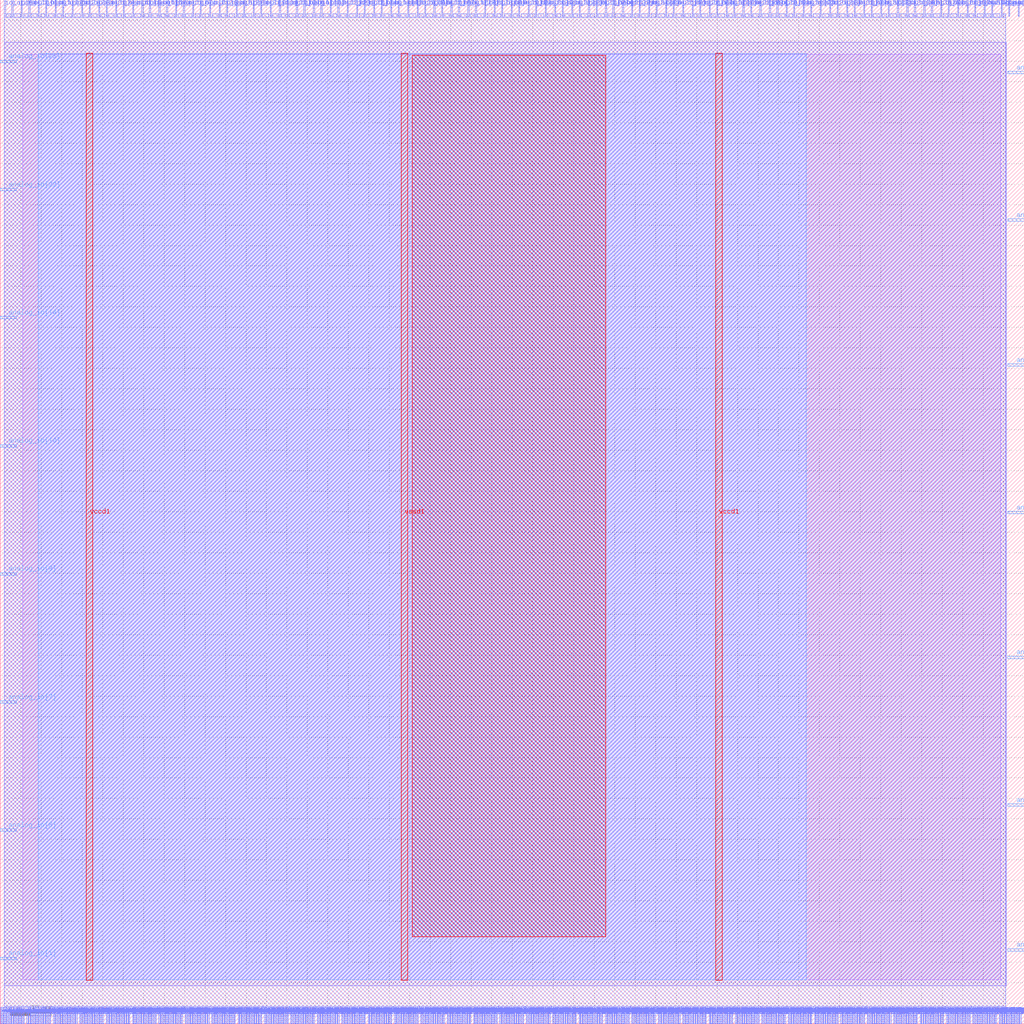
<source format=lef>
VERSION 5.7 ;
  NOWIREEXTENSIONATPIN ON ;
  DIVIDERCHAR "/" ;
  BUSBITCHARS "[]" ;
MACRO macro_7
  CLASS BLOCK ;
  FOREIGN macro_7 ;
  ORIGIN 0.000 0.000 ;
  SIZE 250.000 BY 250.000 ;
  PIN active
    DIRECTION INPUT ;
    USE SIGNAL ;
    PORT
      LAYER met2 ;
        RECT 242.510 0.000 242.790 4.000 ;
    END
  END active
  PIN analog_io[0]
    DIRECTION INOUT ;
    USE SIGNAL ;
    PORT
      LAYER met2 ;
        RECT 243.890 0.000 244.170 4.000 ;
    END
  END analog_io[0]
  PIN analog_io[10]
    DIRECTION INOUT ;
    USE SIGNAL ;
    PORT
      LAYER met3 ;
        RECT 0.000 140.800 4.000 141.400 ;
    END
  END analog_io[10]
  PIN analog_io[11]
    DIRECTION INOUT ;
    USE SIGNAL ;
    PORT
      LAYER met2 ;
        RECT 242.050 246.000 242.330 250.000 ;
    END
  END analog_io[11]
  PIN analog_io[12]
    DIRECTION INOUT ;
    USE SIGNAL ;
    PORT
      LAYER met3 ;
        RECT 246.000 89.120 250.000 89.720 ;
    END
  END analog_io[12]
  PIN analog_io[13]
    DIRECTION INOUT ;
    USE SIGNAL ;
    PORT
      LAYER met2 ;
        RECT 246.650 0.000 246.930 4.000 ;
    END
  END analog_io[13]
  PIN analog_io[14]
    DIRECTION INOUT ;
    USE SIGNAL ;
    PORT
      LAYER met3 ;
        RECT 0.000 172.080 4.000 172.680 ;
    END
  END analog_io[14]
  PIN analog_io[15]
    DIRECTION INOUT ;
    USE SIGNAL ;
    PORT
      LAYER met2 ;
        RECT 247.110 0.000 247.390 4.000 ;
    END
  END analog_io[15]
  PIN analog_io[16]
    DIRECTION INOUT ;
    USE SIGNAL ;
    PORT
      LAYER met2 ;
        RECT 247.570 0.000 247.850 4.000 ;
    END
  END analog_io[16]
  PIN analog_io[17]
    DIRECTION INOUT ;
    USE SIGNAL ;
    PORT
      LAYER met2 ;
        RECT 244.350 246.000 244.630 250.000 ;
    END
  END analog_io[17]
  PIN analog_io[18]
    DIRECTION INOUT ;
    USE SIGNAL ;
    PORT
      LAYER met3 ;
        RECT 246.000 124.480 250.000 125.080 ;
    END
  END analog_io[18]
  PIN analog_io[19]
    DIRECTION INOUT ;
    USE SIGNAL ;
    PORT
      LAYER met3 ;
        RECT 246.000 160.520 250.000 161.120 ;
    END
  END analog_io[19]
  PIN analog_io[1]
    DIRECTION INOUT ;
    USE SIGNAL ;
    PORT
      LAYER met3 ;
        RECT 0.000 15.680 4.000 16.280 ;
    END
  END analog_io[1]
  PIN analog_io[20]
    DIRECTION INOUT ;
    USE SIGNAL ;
    PORT
      LAYER met3 ;
        RECT 246.000 195.880 250.000 196.480 ;
    END
  END analog_io[20]
  PIN analog_io[21]
    DIRECTION INOUT ;
    USE SIGNAL ;
    PORT
      LAYER met2 ;
        RECT 246.190 246.000 246.470 250.000 ;
    END
  END analog_io[21]
  PIN analog_io[22]
    DIRECTION INOUT ;
    USE SIGNAL ;
    PORT
      LAYER met3 ;
        RECT 0.000 203.360 4.000 203.960 ;
    END
  END analog_io[22]
  PIN analog_io[23]
    DIRECTION INOUT ;
    USE SIGNAL ;
    PORT
      LAYER met3 ;
        RECT 0.000 234.640 4.000 235.240 ;
    END
  END analog_io[23]
  PIN analog_io[24]
    DIRECTION INOUT ;
    USE SIGNAL ;
    PORT
      LAYER met2 ;
        RECT 248.030 0.000 248.310 4.000 ;
    END
  END analog_io[24]
  PIN analog_io[25]
    DIRECTION INOUT ;
    USE SIGNAL ;
    PORT
      LAYER met2 ;
        RECT 248.490 246.000 248.770 250.000 ;
    END
  END analog_io[25]
  PIN analog_io[26]
    DIRECTION INOUT ;
    USE SIGNAL ;
    PORT
      LAYER met2 ;
        RECT 248.490 0.000 248.770 4.000 ;
    END
  END analog_io[26]
  PIN analog_io[27]
    DIRECTION INOUT ;
    USE SIGNAL ;
    PORT
      LAYER met3 ;
        RECT 246.000 231.920 250.000 232.520 ;
    END
  END analog_io[27]
  PIN analog_io[28]
    DIRECTION INOUT ;
    USE SIGNAL ;
    PORT
      LAYER met2 ;
        RECT 248.950 0.000 249.230 4.000 ;
    END
  END analog_io[28]
  PIN analog_io[2]
    DIRECTION INOUT ;
    USE SIGNAL ;
    PORT
      LAYER met2 ;
        RECT 240.210 246.000 240.490 250.000 ;
    END
  END analog_io[2]
  PIN analog_io[3]
    DIRECTION INOUT ;
    USE SIGNAL ;
    PORT
      LAYER met2 ;
        RECT 245.730 0.000 246.010 4.000 ;
    END
  END analog_io[3]
  PIN analog_io[4]
    DIRECTION INOUT ;
    USE SIGNAL ;
    PORT
      LAYER met3 ;
        RECT 246.000 17.720 250.000 18.320 ;
    END
  END analog_io[4]
  PIN analog_io[5]
    DIRECTION INOUT ;
    USE SIGNAL ;
    PORT
      LAYER met3 ;
        RECT 246.000 53.080 250.000 53.680 ;
    END
  END analog_io[5]
  PIN analog_io[6]
    DIRECTION INOUT ;
    USE SIGNAL ;
    PORT
      LAYER met3 ;
        RECT 0.000 46.960 4.000 47.560 ;
    END
  END analog_io[6]
  PIN analog_io[7]
    DIRECTION INOUT ;
    USE SIGNAL ;
    PORT
      LAYER met3 ;
        RECT 0.000 78.240 4.000 78.840 ;
    END
  END analog_io[7]
  PIN analog_io[8]
    DIRECTION INOUT ;
    USE SIGNAL ;
    PORT
      LAYER met3 ;
        RECT 0.000 109.520 4.000 110.120 ;
    END
  END analog_io[8]
  PIN analog_io[9]
    DIRECTION INOUT ;
    USE SIGNAL ;
    PORT
      LAYER met2 ;
        RECT 246.190 0.000 246.470 4.000 ;
    END
  END analog_io[9]
  PIN io_in[0]
    DIRECTION INPUT ;
    USE SIGNAL ;
    PORT
      LAYER met2 ;
        RECT 1.010 246.000 1.290 250.000 ;
    END
  END io_in[0]
  PIN io_in[10]
    DIRECTION INPUT ;
    USE SIGNAL ;
    PORT
      LAYER met2 ;
        RECT 63.570 246.000 63.850 250.000 ;
    END
  END io_in[10]
  PIN io_in[11]
    DIRECTION INPUT ;
    USE SIGNAL ;
    PORT
      LAYER met2 ;
        RECT 70.010 246.000 70.290 250.000 ;
    END
  END io_in[11]
  PIN io_in[12]
    DIRECTION INPUT ;
    USE SIGNAL ;
    PORT
      LAYER met2 ;
        RECT 76.450 246.000 76.730 250.000 ;
    END
  END io_in[12]
  PIN io_in[13]
    DIRECTION INPUT ;
    USE SIGNAL ;
    PORT
      LAYER met2 ;
        RECT 82.430 246.000 82.710 250.000 ;
    END
  END io_in[13]
  PIN io_in[14]
    DIRECTION INPUT ;
    USE SIGNAL ;
    PORT
      LAYER met2 ;
        RECT 88.870 246.000 89.150 250.000 ;
    END
  END io_in[14]
  PIN io_in[15]
    DIRECTION INPUT ;
    USE SIGNAL ;
    PORT
      LAYER met2 ;
        RECT 95.310 246.000 95.590 250.000 ;
    END
  END io_in[15]
  PIN io_in[16]
    DIRECTION INPUT ;
    USE SIGNAL ;
    PORT
      LAYER met2 ;
        RECT 101.750 246.000 102.030 250.000 ;
    END
  END io_in[16]
  PIN io_in[17]
    DIRECTION INPUT ;
    USE SIGNAL ;
    PORT
      LAYER met2 ;
        RECT 107.730 246.000 108.010 250.000 ;
    END
  END io_in[17]
  PIN io_in[18]
    DIRECTION INPUT ;
    USE SIGNAL ;
    PORT
      LAYER met2 ;
        RECT 114.170 246.000 114.450 250.000 ;
    END
  END io_in[18]
  PIN io_in[19]
    DIRECTION INPUT ;
    USE SIGNAL ;
    PORT
      LAYER met2 ;
        RECT 120.610 246.000 120.890 250.000 ;
    END
  END io_in[19]
  PIN io_in[1]
    DIRECTION INPUT ;
    USE SIGNAL ;
    PORT
      LAYER met2 ;
        RECT 6.990 246.000 7.270 250.000 ;
    END
  END io_in[1]
  PIN io_in[20]
    DIRECTION INPUT ;
    USE SIGNAL ;
    PORT
      LAYER met2 ;
        RECT 126.590 246.000 126.870 250.000 ;
    END
  END io_in[20]
  PIN io_in[21]
    DIRECTION INPUT ;
    USE SIGNAL ;
    PORT
      LAYER met2 ;
        RECT 133.030 246.000 133.310 250.000 ;
    END
  END io_in[21]
  PIN io_in[22]
    DIRECTION INPUT ;
    USE SIGNAL ;
    PORT
      LAYER met2 ;
        RECT 139.470 246.000 139.750 250.000 ;
    END
  END io_in[22]
  PIN io_in[23]
    DIRECTION INPUT ;
    USE SIGNAL ;
    PORT
      LAYER met2 ;
        RECT 145.450 246.000 145.730 250.000 ;
    END
  END io_in[23]
  PIN io_in[24]
    DIRECTION INPUT ;
    USE SIGNAL ;
    PORT
      LAYER met2 ;
        RECT 151.890 246.000 152.170 250.000 ;
    END
  END io_in[24]
  PIN io_in[25]
    DIRECTION INPUT ;
    USE SIGNAL ;
    PORT
      LAYER met2 ;
        RECT 158.330 246.000 158.610 250.000 ;
    END
  END io_in[25]
  PIN io_in[26]
    DIRECTION INPUT ;
    USE SIGNAL ;
    PORT
      LAYER met2 ;
        RECT 164.310 246.000 164.590 250.000 ;
    END
  END io_in[26]
  PIN io_in[27]
    DIRECTION INPUT ;
    USE SIGNAL ;
    PORT
      LAYER met2 ;
        RECT 170.750 246.000 171.030 250.000 ;
    END
  END io_in[27]
  PIN io_in[28]
    DIRECTION INPUT ;
    USE SIGNAL ;
    PORT
      LAYER met2 ;
        RECT 177.190 246.000 177.470 250.000 ;
    END
  END io_in[28]
  PIN io_in[29]
    DIRECTION INPUT ;
    USE SIGNAL ;
    PORT
      LAYER met2 ;
        RECT 183.170 246.000 183.450 250.000 ;
    END
  END io_in[29]
  PIN io_in[2]
    DIRECTION INPUT ;
    USE SIGNAL ;
    PORT
      LAYER met2 ;
        RECT 13.430 246.000 13.710 250.000 ;
    END
  END io_in[2]
  PIN io_in[30]
    DIRECTION INPUT ;
    USE SIGNAL ;
    PORT
      LAYER met2 ;
        RECT 189.610 246.000 189.890 250.000 ;
    END
  END io_in[30]
  PIN io_in[31]
    DIRECTION INPUT ;
    USE SIGNAL ;
    PORT
      LAYER met2 ;
        RECT 196.050 246.000 196.330 250.000 ;
    END
  END io_in[31]
  PIN io_in[32]
    DIRECTION INPUT ;
    USE SIGNAL ;
    PORT
      LAYER met2 ;
        RECT 202.490 246.000 202.770 250.000 ;
    END
  END io_in[32]
  PIN io_in[33]
    DIRECTION INPUT ;
    USE SIGNAL ;
    PORT
      LAYER met2 ;
        RECT 208.470 246.000 208.750 250.000 ;
    END
  END io_in[33]
  PIN io_in[34]
    DIRECTION INPUT ;
    USE SIGNAL ;
    PORT
      LAYER met2 ;
        RECT 214.910 246.000 215.190 250.000 ;
    END
  END io_in[34]
  PIN io_in[35]
    DIRECTION INPUT ;
    USE SIGNAL ;
    PORT
      LAYER met2 ;
        RECT 221.350 246.000 221.630 250.000 ;
    END
  END io_in[35]
  PIN io_in[36]
    DIRECTION INPUT ;
    USE SIGNAL ;
    PORT
      LAYER met2 ;
        RECT 227.330 246.000 227.610 250.000 ;
    END
  END io_in[36]
  PIN io_in[37]
    DIRECTION INPUT ;
    USE SIGNAL ;
    PORT
      LAYER met2 ;
        RECT 233.770 246.000 234.050 250.000 ;
    END
  END io_in[37]
  PIN io_in[3]
    DIRECTION INPUT ;
    USE SIGNAL ;
    PORT
      LAYER met2 ;
        RECT 19.870 246.000 20.150 250.000 ;
    END
  END io_in[3]
  PIN io_in[4]
    DIRECTION INPUT ;
    USE SIGNAL ;
    PORT
      LAYER met2 ;
        RECT 25.850 246.000 26.130 250.000 ;
    END
  END io_in[4]
  PIN io_in[5]
    DIRECTION INPUT ;
    USE SIGNAL ;
    PORT
      LAYER met2 ;
        RECT 32.290 246.000 32.570 250.000 ;
    END
  END io_in[5]
  PIN io_in[6]
    DIRECTION INPUT ;
    USE SIGNAL ;
    PORT
      LAYER met2 ;
        RECT 38.730 246.000 39.010 250.000 ;
    END
  END io_in[6]
  PIN io_in[7]
    DIRECTION INPUT ;
    USE SIGNAL ;
    PORT
      LAYER met2 ;
        RECT 44.710 246.000 44.990 250.000 ;
    END
  END io_in[7]
  PIN io_in[8]
    DIRECTION INPUT ;
    USE SIGNAL ;
    PORT
      LAYER met2 ;
        RECT 51.150 246.000 51.430 250.000 ;
    END
  END io_in[8]
  PIN io_in[9]
    DIRECTION INPUT ;
    USE SIGNAL ;
    PORT
      LAYER met2 ;
        RECT 57.590 246.000 57.870 250.000 ;
    END
  END io_in[9]
  PIN io_oeb[0]
    DIRECTION OUTPUT TRISTATE ;
    USE SIGNAL ;
    PORT
      LAYER met2 ;
        RECT 2.850 246.000 3.130 250.000 ;
    END
  END io_oeb[0]
  PIN io_oeb[10]
    DIRECTION OUTPUT TRISTATE ;
    USE SIGNAL ;
    PORT
      LAYER met2 ;
        RECT 65.870 246.000 66.150 250.000 ;
    END
  END io_oeb[10]
  PIN io_oeb[11]
    DIRECTION OUTPUT TRISTATE ;
    USE SIGNAL ;
    PORT
      LAYER met2 ;
        RECT 72.310 246.000 72.590 250.000 ;
    END
  END io_oeb[11]
  PIN io_oeb[12]
    DIRECTION OUTPUT TRISTATE ;
    USE SIGNAL ;
    PORT
      LAYER met2 ;
        RECT 78.290 246.000 78.570 250.000 ;
    END
  END io_oeb[12]
  PIN io_oeb[13]
    DIRECTION OUTPUT TRISTATE ;
    USE SIGNAL ;
    PORT
      LAYER met2 ;
        RECT 84.730 246.000 85.010 250.000 ;
    END
  END io_oeb[13]
  PIN io_oeb[14]
    DIRECTION OUTPUT TRISTATE ;
    USE SIGNAL ;
    PORT
      LAYER met2 ;
        RECT 91.170 246.000 91.450 250.000 ;
    END
  END io_oeb[14]
  PIN io_oeb[15]
    DIRECTION OUTPUT TRISTATE ;
    USE SIGNAL ;
    PORT
      LAYER met2 ;
        RECT 97.150 246.000 97.430 250.000 ;
    END
  END io_oeb[15]
  PIN io_oeb[16]
    DIRECTION OUTPUT TRISTATE ;
    USE SIGNAL ;
    PORT
      LAYER met2 ;
        RECT 103.590 246.000 103.870 250.000 ;
    END
  END io_oeb[16]
  PIN io_oeb[17]
    DIRECTION OUTPUT TRISTATE ;
    USE SIGNAL ;
    PORT
      LAYER met2 ;
        RECT 110.030 246.000 110.310 250.000 ;
    END
  END io_oeb[17]
  PIN io_oeb[18]
    DIRECTION OUTPUT TRISTATE ;
    USE SIGNAL ;
    PORT
      LAYER met2 ;
        RECT 116.010 246.000 116.290 250.000 ;
    END
  END io_oeb[18]
  PIN io_oeb[19]
    DIRECTION OUTPUT TRISTATE ;
    USE SIGNAL ;
    PORT
      LAYER met2 ;
        RECT 122.450 246.000 122.730 250.000 ;
    END
  END io_oeb[19]
  PIN io_oeb[1]
    DIRECTION OUTPUT TRISTATE ;
    USE SIGNAL ;
    PORT
      LAYER met2 ;
        RECT 9.290 246.000 9.570 250.000 ;
    END
  END io_oeb[1]
  PIN io_oeb[20]
    DIRECTION OUTPUT TRISTATE ;
    USE SIGNAL ;
    PORT
      LAYER met2 ;
        RECT 128.890 246.000 129.170 250.000 ;
    END
  END io_oeb[20]
  PIN io_oeb[21]
    DIRECTION OUTPUT TRISTATE ;
    USE SIGNAL ;
    PORT
      LAYER met2 ;
        RECT 135.330 246.000 135.610 250.000 ;
    END
  END io_oeb[21]
  PIN io_oeb[22]
    DIRECTION OUTPUT TRISTATE ;
    USE SIGNAL ;
    PORT
      LAYER met2 ;
        RECT 141.310 246.000 141.590 250.000 ;
    END
  END io_oeb[22]
  PIN io_oeb[23]
    DIRECTION OUTPUT TRISTATE ;
    USE SIGNAL ;
    PORT
      LAYER met2 ;
        RECT 147.750 246.000 148.030 250.000 ;
    END
  END io_oeb[23]
  PIN io_oeb[24]
    DIRECTION OUTPUT TRISTATE ;
    USE SIGNAL ;
    PORT
      LAYER met2 ;
        RECT 154.190 246.000 154.470 250.000 ;
    END
  END io_oeb[24]
  PIN io_oeb[25]
    DIRECTION OUTPUT TRISTATE ;
    USE SIGNAL ;
    PORT
      LAYER met2 ;
        RECT 160.170 246.000 160.450 250.000 ;
    END
  END io_oeb[25]
  PIN io_oeb[26]
    DIRECTION OUTPUT TRISTATE ;
    USE SIGNAL ;
    PORT
      LAYER met2 ;
        RECT 166.610 246.000 166.890 250.000 ;
    END
  END io_oeb[26]
  PIN io_oeb[27]
    DIRECTION OUTPUT TRISTATE ;
    USE SIGNAL ;
    PORT
      LAYER met2 ;
        RECT 173.050 246.000 173.330 250.000 ;
    END
  END io_oeb[27]
  PIN io_oeb[28]
    DIRECTION OUTPUT TRISTATE ;
    USE SIGNAL ;
    PORT
      LAYER met2 ;
        RECT 179.030 246.000 179.310 250.000 ;
    END
  END io_oeb[28]
  PIN io_oeb[29]
    DIRECTION OUTPUT TRISTATE ;
    USE SIGNAL ;
    PORT
      LAYER met2 ;
        RECT 185.470 246.000 185.750 250.000 ;
    END
  END io_oeb[29]
  PIN io_oeb[2]
    DIRECTION OUTPUT TRISTATE ;
    USE SIGNAL ;
    PORT
      LAYER met2 ;
        RECT 15.270 246.000 15.550 250.000 ;
    END
  END io_oeb[2]
  PIN io_oeb[30]
    DIRECTION OUTPUT TRISTATE ;
    USE SIGNAL ;
    PORT
      LAYER met2 ;
        RECT 191.910 246.000 192.190 250.000 ;
    END
  END io_oeb[30]
  PIN io_oeb[31]
    DIRECTION OUTPUT TRISTATE ;
    USE SIGNAL ;
    PORT
      LAYER met2 ;
        RECT 197.890 246.000 198.170 250.000 ;
    END
  END io_oeb[31]
  PIN io_oeb[32]
    DIRECTION OUTPUT TRISTATE ;
    USE SIGNAL ;
    PORT
      LAYER met2 ;
        RECT 204.330 246.000 204.610 250.000 ;
    END
  END io_oeb[32]
  PIN io_oeb[33]
    DIRECTION OUTPUT TRISTATE ;
    USE SIGNAL ;
    PORT
      LAYER met2 ;
        RECT 210.770 246.000 211.050 250.000 ;
    END
  END io_oeb[33]
  PIN io_oeb[34]
    DIRECTION OUTPUT TRISTATE ;
    USE SIGNAL ;
    PORT
      LAYER met2 ;
        RECT 216.750 246.000 217.030 250.000 ;
    END
  END io_oeb[34]
  PIN io_oeb[35]
    DIRECTION OUTPUT TRISTATE ;
    USE SIGNAL ;
    PORT
      LAYER met2 ;
        RECT 223.190 246.000 223.470 250.000 ;
    END
  END io_oeb[35]
  PIN io_oeb[36]
    DIRECTION OUTPUT TRISTATE ;
    USE SIGNAL ;
    PORT
      LAYER met2 ;
        RECT 229.630 246.000 229.910 250.000 ;
    END
  END io_oeb[36]
  PIN io_oeb[37]
    DIRECTION OUTPUT TRISTATE ;
    USE SIGNAL ;
    PORT
      LAYER met2 ;
        RECT 236.070 246.000 236.350 250.000 ;
    END
  END io_oeb[37]
  PIN io_oeb[3]
    DIRECTION OUTPUT TRISTATE ;
    USE SIGNAL ;
    PORT
      LAYER met2 ;
        RECT 21.710 246.000 21.990 250.000 ;
    END
  END io_oeb[3]
  PIN io_oeb[4]
    DIRECTION OUTPUT TRISTATE ;
    USE SIGNAL ;
    PORT
      LAYER met2 ;
        RECT 28.150 246.000 28.430 250.000 ;
    END
  END io_oeb[4]
  PIN io_oeb[5]
    DIRECTION OUTPUT TRISTATE ;
    USE SIGNAL ;
    PORT
      LAYER met2 ;
        RECT 34.590 246.000 34.870 250.000 ;
    END
  END io_oeb[5]
  PIN io_oeb[6]
    DIRECTION OUTPUT TRISTATE ;
    USE SIGNAL ;
    PORT
      LAYER met2 ;
        RECT 40.570 246.000 40.850 250.000 ;
    END
  END io_oeb[6]
  PIN io_oeb[7]
    DIRECTION OUTPUT TRISTATE ;
    USE SIGNAL ;
    PORT
      LAYER met2 ;
        RECT 47.010 246.000 47.290 250.000 ;
    END
  END io_oeb[7]
  PIN io_oeb[8]
    DIRECTION OUTPUT TRISTATE ;
    USE SIGNAL ;
    PORT
      LAYER met2 ;
        RECT 53.450 246.000 53.730 250.000 ;
    END
  END io_oeb[8]
  PIN io_oeb[9]
    DIRECTION OUTPUT TRISTATE ;
    USE SIGNAL ;
    PORT
      LAYER met2 ;
        RECT 59.430 246.000 59.710 250.000 ;
    END
  END io_oeb[9]
  PIN io_out[0]
    DIRECTION OUTPUT TRISTATE ;
    USE SIGNAL ;
    PORT
      LAYER met2 ;
        RECT 5.150 246.000 5.430 250.000 ;
    END
  END io_out[0]
  PIN io_out[10]
    DIRECTION OUTPUT TRISTATE ;
    USE SIGNAL ;
    PORT
      LAYER met2 ;
        RECT 68.170 246.000 68.450 250.000 ;
    END
  END io_out[10]
  PIN io_out[11]
    DIRECTION OUTPUT TRISTATE ;
    USE SIGNAL ;
    PORT
      LAYER met2 ;
        RECT 74.150 246.000 74.430 250.000 ;
    END
  END io_out[11]
  PIN io_out[12]
    DIRECTION OUTPUT TRISTATE ;
    USE SIGNAL ;
    PORT
      LAYER met2 ;
        RECT 80.590 246.000 80.870 250.000 ;
    END
  END io_out[12]
  PIN io_out[13]
    DIRECTION OUTPUT TRISTATE ;
    USE SIGNAL ;
    PORT
      LAYER met2 ;
        RECT 87.030 246.000 87.310 250.000 ;
    END
  END io_out[13]
  PIN io_out[14]
    DIRECTION OUTPUT TRISTATE ;
    USE SIGNAL ;
    PORT
      LAYER met2 ;
        RECT 93.010 246.000 93.290 250.000 ;
    END
  END io_out[14]
  PIN io_out[15]
    DIRECTION OUTPUT TRISTATE ;
    USE SIGNAL ;
    PORT
      LAYER met2 ;
        RECT 99.450 246.000 99.730 250.000 ;
    END
  END io_out[15]
  PIN io_out[16]
    DIRECTION OUTPUT TRISTATE ;
    USE SIGNAL ;
    PORT
      LAYER met2 ;
        RECT 105.890 246.000 106.170 250.000 ;
    END
  END io_out[16]
  PIN io_out[17]
    DIRECTION OUTPUT TRISTATE ;
    USE SIGNAL ;
    PORT
      LAYER met2 ;
        RECT 111.870 246.000 112.150 250.000 ;
    END
  END io_out[17]
  PIN io_out[18]
    DIRECTION OUTPUT TRISTATE ;
    USE SIGNAL ;
    PORT
      LAYER met2 ;
        RECT 118.310 246.000 118.590 250.000 ;
    END
  END io_out[18]
  PIN io_out[19]
    DIRECTION OUTPUT TRISTATE ;
    USE SIGNAL ;
    PORT
      LAYER met2 ;
        RECT 124.750 246.000 125.030 250.000 ;
    END
  END io_out[19]
  PIN io_out[1]
    DIRECTION OUTPUT TRISTATE ;
    USE SIGNAL ;
    PORT
      LAYER met2 ;
        RECT 11.130 246.000 11.410 250.000 ;
    END
  END io_out[1]
  PIN io_out[20]
    DIRECTION OUTPUT TRISTATE ;
    USE SIGNAL ;
    PORT
      LAYER met2 ;
        RECT 130.730 246.000 131.010 250.000 ;
    END
  END io_out[20]
  PIN io_out[21]
    DIRECTION OUTPUT TRISTATE ;
    USE SIGNAL ;
    PORT
      LAYER met2 ;
        RECT 137.170 246.000 137.450 250.000 ;
    END
  END io_out[21]
  PIN io_out[22]
    DIRECTION OUTPUT TRISTATE ;
    USE SIGNAL ;
    PORT
      LAYER met2 ;
        RECT 143.610 246.000 143.890 250.000 ;
    END
  END io_out[22]
  PIN io_out[23]
    DIRECTION OUTPUT TRISTATE ;
    USE SIGNAL ;
    PORT
      LAYER met2 ;
        RECT 149.590 246.000 149.870 250.000 ;
    END
  END io_out[23]
  PIN io_out[24]
    DIRECTION OUTPUT TRISTATE ;
    USE SIGNAL ;
    PORT
      LAYER met2 ;
        RECT 156.030 246.000 156.310 250.000 ;
    END
  END io_out[24]
  PIN io_out[25]
    DIRECTION OUTPUT TRISTATE ;
    USE SIGNAL ;
    PORT
      LAYER met2 ;
        RECT 162.470 246.000 162.750 250.000 ;
    END
  END io_out[25]
  PIN io_out[26]
    DIRECTION OUTPUT TRISTATE ;
    USE SIGNAL ;
    PORT
      LAYER met2 ;
        RECT 168.910 246.000 169.190 250.000 ;
    END
  END io_out[26]
  PIN io_out[27]
    DIRECTION OUTPUT TRISTATE ;
    USE SIGNAL ;
    PORT
      LAYER met2 ;
        RECT 174.890 246.000 175.170 250.000 ;
    END
  END io_out[27]
  PIN io_out[28]
    DIRECTION OUTPUT TRISTATE ;
    USE SIGNAL ;
    PORT
      LAYER met2 ;
        RECT 181.330 246.000 181.610 250.000 ;
    END
  END io_out[28]
  PIN io_out[29]
    DIRECTION OUTPUT TRISTATE ;
    USE SIGNAL ;
    PORT
      LAYER met2 ;
        RECT 187.770 246.000 188.050 250.000 ;
    END
  END io_out[29]
  PIN io_out[2]
    DIRECTION OUTPUT TRISTATE ;
    USE SIGNAL ;
    PORT
      LAYER met2 ;
        RECT 17.570 246.000 17.850 250.000 ;
    END
  END io_out[2]
  PIN io_out[30]
    DIRECTION OUTPUT TRISTATE ;
    USE SIGNAL ;
    PORT
      LAYER met2 ;
        RECT 193.750 246.000 194.030 250.000 ;
    END
  END io_out[30]
  PIN io_out[31]
    DIRECTION OUTPUT TRISTATE ;
    USE SIGNAL ;
    PORT
      LAYER met2 ;
        RECT 200.190 246.000 200.470 250.000 ;
    END
  END io_out[31]
  PIN io_out[32]
    DIRECTION OUTPUT TRISTATE ;
    USE SIGNAL ;
    PORT
      LAYER met2 ;
        RECT 206.630 246.000 206.910 250.000 ;
    END
  END io_out[32]
  PIN io_out[33]
    DIRECTION OUTPUT TRISTATE ;
    USE SIGNAL ;
    PORT
      LAYER met2 ;
        RECT 212.610 246.000 212.890 250.000 ;
    END
  END io_out[33]
  PIN io_out[34]
    DIRECTION OUTPUT TRISTATE ;
    USE SIGNAL ;
    PORT
      LAYER met2 ;
        RECT 219.050 246.000 219.330 250.000 ;
    END
  END io_out[34]
  PIN io_out[35]
    DIRECTION OUTPUT TRISTATE ;
    USE SIGNAL ;
    PORT
      LAYER met2 ;
        RECT 225.490 246.000 225.770 250.000 ;
    END
  END io_out[35]
  PIN io_out[36]
    DIRECTION OUTPUT TRISTATE ;
    USE SIGNAL ;
    PORT
      LAYER met2 ;
        RECT 231.470 246.000 231.750 250.000 ;
    END
  END io_out[36]
  PIN io_out[37]
    DIRECTION OUTPUT TRISTATE ;
    USE SIGNAL ;
    PORT
      LAYER met2 ;
        RECT 237.910 246.000 238.190 250.000 ;
    END
  END io_out[37]
  PIN io_out[3]
    DIRECTION OUTPUT TRISTATE ;
    USE SIGNAL ;
    PORT
      LAYER met2 ;
        RECT 24.010 246.000 24.290 250.000 ;
    END
  END io_out[3]
  PIN io_out[4]
    DIRECTION OUTPUT TRISTATE ;
    USE SIGNAL ;
    PORT
      LAYER met2 ;
        RECT 29.990 246.000 30.270 250.000 ;
    END
  END io_out[4]
  PIN io_out[5]
    DIRECTION OUTPUT TRISTATE ;
    USE SIGNAL ;
    PORT
      LAYER met2 ;
        RECT 36.430 246.000 36.710 250.000 ;
    END
  END io_out[5]
  PIN io_out[6]
    DIRECTION OUTPUT TRISTATE ;
    USE SIGNAL ;
    PORT
      LAYER met2 ;
        RECT 42.870 246.000 43.150 250.000 ;
    END
  END io_out[6]
  PIN io_out[7]
    DIRECTION OUTPUT TRISTATE ;
    USE SIGNAL ;
    PORT
      LAYER met2 ;
        RECT 48.850 246.000 49.130 250.000 ;
    END
  END io_out[7]
  PIN io_out[8]
    DIRECTION OUTPUT TRISTATE ;
    USE SIGNAL ;
    PORT
      LAYER met2 ;
        RECT 55.290 246.000 55.570 250.000 ;
    END
  END io_out[8]
  PIN io_out[9]
    DIRECTION OUTPUT TRISTATE ;
    USE SIGNAL ;
    PORT
      LAYER met2 ;
        RECT 61.730 246.000 62.010 250.000 ;
    END
  END io_out[9]
  PIN la_data_in[0]
    DIRECTION INPUT ;
    USE SIGNAL ;
    PORT
      LAYER met2 ;
        RECT 52.530 0.000 52.810 4.000 ;
    END
  END la_data_in[0]
  PIN la_data_in[100]
    DIRECTION INPUT ;
    USE SIGNAL ;
    PORT
      LAYER met2 ;
        RECT 201.110 0.000 201.390 4.000 ;
    END
  END la_data_in[100]
  PIN la_data_in[101]
    DIRECTION INPUT ;
    USE SIGNAL ;
    PORT
      LAYER met2 ;
        RECT 202.490 0.000 202.770 4.000 ;
    END
  END la_data_in[101]
  PIN la_data_in[102]
    DIRECTION INPUT ;
    USE SIGNAL ;
    PORT
      LAYER met2 ;
        RECT 203.870 0.000 204.150 4.000 ;
    END
  END la_data_in[102]
  PIN la_data_in[103]
    DIRECTION INPUT ;
    USE SIGNAL ;
    PORT
      LAYER met2 ;
        RECT 205.710 0.000 205.990 4.000 ;
    END
  END la_data_in[103]
  PIN la_data_in[104]
    DIRECTION INPUT ;
    USE SIGNAL ;
    PORT
      LAYER met2 ;
        RECT 207.090 0.000 207.370 4.000 ;
    END
  END la_data_in[104]
  PIN la_data_in[105]
    DIRECTION INPUT ;
    USE SIGNAL ;
    PORT
      LAYER met2 ;
        RECT 208.470 0.000 208.750 4.000 ;
    END
  END la_data_in[105]
  PIN la_data_in[106]
    DIRECTION INPUT ;
    USE SIGNAL ;
    PORT
      LAYER met2 ;
        RECT 209.850 0.000 210.130 4.000 ;
    END
  END la_data_in[106]
  PIN la_data_in[107]
    DIRECTION INPUT ;
    USE SIGNAL ;
    PORT
      LAYER met2 ;
        RECT 211.690 0.000 211.970 4.000 ;
    END
  END la_data_in[107]
  PIN la_data_in[108]
    DIRECTION INPUT ;
    USE SIGNAL ;
    PORT
      LAYER met2 ;
        RECT 213.070 0.000 213.350 4.000 ;
    END
  END la_data_in[108]
  PIN la_data_in[109]
    DIRECTION INPUT ;
    USE SIGNAL ;
    PORT
      LAYER met2 ;
        RECT 214.450 0.000 214.730 4.000 ;
    END
  END la_data_in[109]
  PIN la_data_in[10]
    DIRECTION INPUT ;
    USE SIGNAL ;
    PORT
      LAYER met2 ;
        RECT 67.250 0.000 67.530 4.000 ;
    END
  END la_data_in[10]
  PIN la_data_in[110]
    DIRECTION INPUT ;
    USE SIGNAL ;
    PORT
      LAYER met2 ;
        RECT 215.830 0.000 216.110 4.000 ;
    END
  END la_data_in[110]
  PIN la_data_in[111]
    DIRECTION INPUT ;
    USE SIGNAL ;
    PORT
      LAYER met2 ;
        RECT 217.210 0.000 217.490 4.000 ;
    END
  END la_data_in[111]
  PIN la_data_in[112]
    DIRECTION INPUT ;
    USE SIGNAL ;
    PORT
      LAYER met2 ;
        RECT 219.050 0.000 219.330 4.000 ;
    END
  END la_data_in[112]
  PIN la_data_in[113]
    DIRECTION INPUT ;
    USE SIGNAL ;
    PORT
      LAYER met2 ;
        RECT 220.430 0.000 220.710 4.000 ;
    END
  END la_data_in[113]
  PIN la_data_in[114]
    DIRECTION INPUT ;
    USE SIGNAL ;
    PORT
      LAYER met2 ;
        RECT 221.810 0.000 222.090 4.000 ;
    END
  END la_data_in[114]
  PIN la_data_in[115]
    DIRECTION INPUT ;
    USE SIGNAL ;
    PORT
      LAYER met2 ;
        RECT 223.190 0.000 223.470 4.000 ;
    END
  END la_data_in[115]
  PIN la_data_in[116]
    DIRECTION INPUT ;
    USE SIGNAL ;
    PORT
      LAYER met2 ;
        RECT 225.030 0.000 225.310 4.000 ;
    END
  END la_data_in[116]
  PIN la_data_in[117]
    DIRECTION INPUT ;
    USE SIGNAL ;
    PORT
      LAYER met2 ;
        RECT 226.410 0.000 226.690 4.000 ;
    END
  END la_data_in[117]
  PIN la_data_in[118]
    DIRECTION INPUT ;
    USE SIGNAL ;
    PORT
      LAYER met2 ;
        RECT 227.790 0.000 228.070 4.000 ;
    END
  END la_data_in[118]
  PIN la_data_in[119]
    DIRECTION INPUT ;
    USE SIGNAL ;
    PORT
      LAYER met2 ;
        RECT 229.170 0.000 229.450 4.000 ;
    END
  END la_data_in[119]
  PIN la_data_in[11]
    DIRECTION INPUT ;
    USE SIGNAL ;
    PORT
      LAYER met2 ;
        RECT 68.630 0.000 68.910 4.000 ;
    END
  END la_data_in[11]
  PIN la_data_in[120]
    DIRECTION INPUT ;
    USE SIGNAL ;
    PORT
      LAYER met2 ;
        RECT 231.010 0.000 231.290 4.000 ;
    END
  END la_data_in[120]
  PIN la_data_in[121]
    DIRECTION INPUT ;
    USE SIGNAL ;
    PORT
      LAYER met2 ;
        RECT 232.390 0.000 232.670 4.000 ;
    END
  END la_data_in[121]
  PIN la_data_in[122]
    DIRECTION INPUT ;
    USE SIGNAL ;
    PORT
      LAYER met2 ;
        RECT 233.770 0.000 234.050 4.000 ;
    END
  END la_data_in[122]
  PIN la_data_in[123]
    DIRECTION INPUT ;
    USE SIGNAL ;
    PORT
      LAYER met2 ;
        RECT 235.150 0.000 235.430 4.000 ;
    END
  END la_data_in[123]
  PIN la_data_in[124]
    DIRECTION INPUT ;
    USE SIGNAL ;
    PORT
      LAYER met2 ;
        RECT 236.530 0.000 236.810 4.000 ;
    END
  END la_data_in[124]
  PIN la_data_in[125]
    DIRECTION INPUT ;
    USE SIGNAL ;
    PORT
      LAYER met2 ;
        RECT 238.370 0.000 238.650 4.000 ;
    END
  END la_data_in[125]
  PIN la_data_in[126]
    DIRECTION INPUT ;
    USE SIGNAL ;
    PORT
      LAYER met2 ;
        RECT 239.750 0.000 240.030 4.000 ;
    END
  END la_data_in[126]
  PIN la_data_in[127]
    DIRECTION INPUT ;
    USE SIGNAL ;
    PORT
      LAYER met2 ;
        RECT 241.130 0.000 241.410 4.000 ;
    END
  END la_data_in[127]
  PIN la_data_in[12]
    DIRECTION INPUT ;
    USE SIGNAL ;
    PORT
      LAYER met2 ;
        RECT 70.010 0.000 70.290 4.000 ;
    END
  END la_data_in[12]
  PIN la_data_in[13]
    DIRECTION INPUT ;
    USE SIGNAL ;
    PORT
      LAYER met2 ;
        RECT 71.850 0.000 72.130 4.000 ;
    END
  END la_data_in[13]
  PIN la_data_in[14]
    DIRECTION INPUT ;
    USE SIGNAL ;
    PORT
      LAYER met2 ;
        RECT 73.230 0.000 73.510 4.000 ;
    END
  END la_data_in[14]
  PIN la_data_in[15]
    DIRECTION INPUT ;
    USE SIGNAL ;
    PORT
      LAYER met2 ;
        RECT 74.610 0.000 74.890 4.000 ;
    END
  END la_data_in[15]
  PIN la_data_in[16]
    DIRECTION INPUT ;
    USE SIGNAL ;
    PORT
      LAYER met2 ;
        RECT 75.990 0.000 76.270 4.000 ;
    END
  END la_data_in[16]
  PIN la_data_in[17]
    DIRECTION INPUT ;
    USE SIGNAL ;
    PORT
      LAYER met2 ;
        RECT 77.830 0.000 78.110 4.000 ;
    END
  END la_data_in[17]
  PIN la_data_in[18]
    DIRECTION INPUT ;
    USE SIGNAL ;
    PORT
      LAYER met2 ;
        RECT 79.210 0.000 79.490 4.000 ;
    END
  END la_data_in[18]
  PIN la_data_in[19]
    DIRECTION INPUT ;
    USE SIGNAL ;
    PORT
      LAYER met2 ;
        RECT 80.590 0.000 80.870 4.000 ;
    END
  END la_data_in[19]
  PIN la_data_in[1]
    DIRECTION INPUT ;
    USE SIGNAL ;
    PORT
      LAYER met2 ;
        RECT 53.910 0.000 54.190 4.000 ;
    END
  END la_data_in[1]
  PIN la_data_in[20]
    DIRECTION INPUT ;
    USE SIGNAL ;
    PORT
      LAYER met2 ;
        RECT 81.970 0.000 82.250 4.000 ;
    END
  END la_data_in[20]
  PIN la_data_in[21]
    DIRECTION INPUT ;
    USE SIGNAL ;
    PORT
      LAYER met2 ;
        RECT 83.810 0.000 84.090 4.000 ;
    END
  END la_data_in[21]
  PIN la_data_in[22]
    DIRECTION INPUT ;
    USE SIGNAL ;
    PORT
      LAYER met2 ;
        RECT 85.190 0.000 85.470 4.000 ;
    END
  END la_data_in[22]
  PIN la_data_in[23]
    DIRECTION INPUT ;
    USE SIGNAL ;
    PORT
      LAYER met2 ;
        RECT 86.570 0.000 86.850 4.000 ;
    END
  END la_data_in[23]
  PIN la_data_in[24]
    DIRECTION INPUT ;
    USE SIGNAL ;
    PORT
      LAYER met2 ;
        RECT 87.950 0.000 88.230 4.000 ;
    END
  END la_data_in[24]
  PIN la_data_in[25]
    DIRECTION INPUT ;
    USE SIGNAL ;
    PORT
      LAYER met2 ;
        RECT 89.790 0.000 90.070 4.000 ;
    END
  END la_data_in[25]
  PIN la_data_in[26]
    DIRECTION INPUT ;
    USE SIGNAL ;
    PORT
      LAYER met2 ;
        RECT 91.170 0.000 91.450 4.000 ;
    END
  END la_data_in[26]
  PIN la_data_in[27]
    DIRECTION INPUT ;
    USE SIGNAL ;
    PORT
      LAYER met2 ;
        RECT 92.550 0.000 92.830 4.000 ;
    END
  END la_data_in[27]
  PIN la_data_in[28]
    DIRECTION INPUT ;
    USE SIGNAL ;
    PORT
      LAYER met2 ;
        RECT 93.930 0.000 94.210 4.000 ;
    END
  END la_data_in[28]
  PIN la_data_in[29]
    DIRECTION INPUT ;
    USE SIGNAL ;
    PORT
      LAYER met2 ;
        RECT 95.310 0.000 95.590 4.000 ;
    END
  END la_data_in[29]
  PIN la_data_in[2]
    DIRECTION INPUT ;
    USE SIGNAL ;
    PORT
      LAYER met2 ;
        RECT 55.290 0.000 55.570 4.000 ;
    END
  END la_data_in[2]
  PIN la_data_in[30]
    DIRECTION INPUT ;
    USE SIGNAL ;
    PORT
      LAYER met2 ;
        RECT 97.150 0.000 97.430 4.000 ;
    END
  END la_data_in[30]
  PIN la_data_in[31]
    DIRECTION INPUT ;
    USE SIGNAL ;
    PORT
      LAYER met2 ;
        RECT 98.530 0.000 98.810 4.000 ;
    END
  END la_data_in[31]
  PIN la_data_in[32]
    DIRECTION INPUT ;
    USE SIGNAL ;
    PORT
      LAYER met2 ;
        RECT 99.910 0.000 100.190 4.000 ;
    END
  END la_data_in[32]
  PIN la_data_in[33]
    DIRECTION INPUT ;
    USE SIGNAL ;
    PORT
      LAYER met2 ;
        RECT 101.290 0.000 101.570 4.000 ;
    END
  END la_data_in[33]
  PIN la_data_in[34]
    DIRECTION INPUT ;
    USE SIGNAL ;
    PORT
      LAYER met2 ;
        RECT 103.130 0.000 103.410 4.000 ;
    END
  END la_data_in[34]
  PIN la_data_in[35]
    DIRECTION INPUT ;
    USE SIGNAL ;
    PORT
      LAYER met2 ;
        RECT 104.510 0.000 104.790 4.000 ;
    END
  END la_data_in[35]
  PIN la_data_in[36]
    DIRECTION INPUT ;
    USE SIGNAL ;
    PORT
      LAYER met2 ;
        RECT 105.890 0.000 106.170 4.000 ;
    END
  END la_data_in[36]
  PIN la_data_in[37]
    DIRECTION INPUT ;
    USE SIGNAL ;
    PORT
      LAYER met2 ;
        RECT 107.270 0.000 107.550 4.000 ;
    END
  END la_data_in[37]
  PIN la_data_in[38]
    DIRECTION INPUT ;
    USE SIGNAL ;
    PORT
      LAYER met2 ;
        RECT 109.110 0.000 109.390 4.000 ;
    END
  END la_data_in[38]
  PIN la_data_in[39]
    DIRECTION INPUT ;
    USE SIGNAL ;
    PORT
      LAYER met2 ;
        RECT 110.490 0.000 110.770 4.000 ;
    END
  END la_data_in[39]
  PIN la_data_in[3]
    DIRECTION INPUT ;
    USE SIGNAL ;
    PORT
      LAYER met2 ;
        RECT 56.670 0.000 56.950 4.000 ;
    END
  END la_data_in[3]
  PIN la_data_in[40]
    DIRECTION INPUT ;
    USE SIGNAL ;
    PORT
      LAYER met2 ;
        RECT 111.870 0.000 112.150 4.000 ;
    END
  END la_data_in[40]
  PIN la_data_in[41]
    DIRECTION INPUT ;
    USE SIGNAL ;
    PORT
      LAYER met2 ;
        RECT 113.250 0.000 113.530 4.000 ;
    END
  END la_data_in[41]
  PIN la_data_in[42]
    DIRECTION INPUT ;
    USE SIGNAL ;
    PORT
      LAYER met2 ;
        RECT 114.630 0.000 114.910 4.000 ;
    END
  END la_data_in[42]
  PIN la_data_in[43]
    DIRECTION INPUT ;
    USE SIGNAL ;
    PORT
      LAYER met2 ;
        RECT 116.470 0.000 116.750 4.000 ;
    END
  END la_data_in[43]
  PIN la_data_in[44]
    DIRECTION INPUT ;
    USE SIGNAL ;
    PORT
      LAYER met2 ;
        RECT 117.850 0.000 118.130 4.000 ;
    END
  END la_data_in[44]
  PIN la_data_in[45]
    DIRECTION INPUT ;
    USE SIGNAL ;
    PORT
      LAYER met2 ;
        RECT 119.230 0.000 119.510 4.000 ;
    END
  END la_data_in[45]
  PIN la_data_in[46]
    DIRECTION INPUT ;
    USE SIGNAL ;
    PORT
      LAYER met2 ;
        RECT 120.610 0.000 120.890 4.000 ;
    END
  END la_data_in[46]
  PIN la_data_in[47]
    DIRECTION INPUT ;
    USE SIGNAL ;
    PORT
      LAYER met2 ;
        RECT 122.450 0.000 122.730 4.000 ;
    END
  END la_data_in[47]
  PIN la_data_in[48]
    DIRECTION INPUT ;
    USE SIGNAL ;
    PORT
      LAYER met2 ;
        RECT 123.830 0.000 124.110 4.000 ;
    END
  END la_data_in[48]
  PIN la_data_in[49]
    DIRECTION INPUT ;
    USE SIGNAL ;
    PORT
      LAYER met2 ;
        RECT 125.210 0.000 125.490 4.000 ;
    END
  END la_data_in[49]
  PIN la_data_in[4]
    DIRECTION INPUT ;
    USE SIGNAL ;
    PORT
      LAYER met2 ;
        RECT 58.510 0.000 58.790 4.000 ;
    END
  END la_data_in[4]
  PIN la_data_in[50]
    DIRECTION INPUT ;
    USE SIGNAL ;
    PORT
      LAYER met2 ;
        RECT 126.590 0.000 126.870 4.000 ;
    END
  END la_data_in[50]
  PIN la_data_in[51]
    DIRECTION INPUT ;
    USE SIGNAL ;
    PORT
      LAYER met2 ;
        RECT 128.430 0.000 128.710 4.000 ;
    END
  END la_data_in[51]
  PIN la_data_in[52]
    DIRECTION INPUT ;
    USE SIGNAL ;
    PORT
      LAYER met2 ;
        RECT 129.810 0.000 130.090 4.000 ;
    END
  END la_data_in[52]
  PIN la_data_in[53]
    DIRECTION INPUT ;
    USE SIGNAL ;
    PORT
      LAYER met2 ;
        RECT 131.190 0.000 131.470 4.000 ;
    END
  END la_data_in[53]
  PIN la_data_in[54]
    DIRECTION INPUT ;
    USE SIGNAL ;
    PORT
      LAYER met2 ;
        RECT 132.570 0.000 132.850 4.000 ;
    END
  END la_data_in[54]
  PIN la_data_in[55]
    DIRECTION INPUT ;
    USE SIGNAL ;
    PORT
      LAYER met2 ;
        RECT 133.950 0.000 134.230 4.000 ;
    END
  END la_data_in[55]
  PIN la_data_in[56]
    DIRECTION INPUT ;
    USE SIGNAL ;
    PORT
      LAYER met2 ;
        RECT 135.790 0.000 136.070 4.000 ;
    END
  END la_data_in[56]
  PIN la_data_in[57]
    DIRECTION INPUT ;
    USE SIGNAL ;
    PORT
      LAYER met2 ;
        RECT 137.170 0.000 137.450 4.000 ;
    END
  END la_data_in[57]
  PIN la_data_in[58]
    DIRECTION INPUT ;
    USE SIGNAL ;
    PORT
      LAYER met2 ;
        RECT 138.550 0.000 138.830 4.000 ;
    END
  END la_data_in[58]
  PIN la_data_in[59]
    DIRECTION INPUT ;
    USE SIGNAL ;
    PORT
      LAYER met2 ;
        RECT 139.930 0.000 140.210 4.000 ;
    END
  END la_data_in[59]
  PIN la_data_in[5]
    DIRECTION INPUT ;
    USE SIGNAL ;
    PORT
      LAYER met2 ;
        RECT 59.890 0.000 60.170 4.000 ;
    END
  END la_data_in[5]
  PIN la_data_in[60]
    DIRECTION INPUT ;
    USE SIGNAL ;
    PORT
      LAYER met2 ;
        RECT 141.770 0.000 142.050 4.000 ;
    END
  END la_data_in[60]
  PIN la_data_in[61]
    DIRECTION INPUT ;
    USE SIGNAL ;
    PORT
      LAYER met2 ;
        RECT 143.150 0.000 143.430 4.000 ;
    END
  END la_data_in[61]
  PIN la_data_in[62]
    DIRECTION INPUT ;
    USE SIGNAL ;
    PORT
      LAYER met2 ;
        RECT 144.530 0.000 144.810 4.000 ;
    END
  END la_data_in[62]
  PIN la_data_in[63]
    DIRECTION INPUT ;
    USE SIGNAL ;
    PORT
      LAYER met2 ;
        RECT 145.910 0.000 146.190 4.000 ;
    END
  END la_data_in[63]
  PIN la_data_in[64]
    DIRECTION INPUT ;
    USE SIGNAL ;
    PORT
      LAYER met2 ;
        RECT 147.750 0.000 148.030 4.000 ;
    END
  END la_data_in[64]
  PIN la_data_in[65]
    DIRECTION INPUT ;
    USE SIGNAL ;
    PORT
      LAYER met2 ;
        RECT 149.130 0.000 149.410 4.000 ;
    END
  END la_data_in[65]
  PIN la_data_in[66]
    DIRECTION INPUT ;
    USE SIGNAL ;
    PORT
      LAYER met2 ;
        RECT 150.510 0.000 150.790 4.000 ;
    END
  END la_data_in[66]
  PIN la_data_in[67]
    DIRECTION INPUT ;
    USE SIGNAL ;
    PORT
      LAYER met2 ;
        RECT 151.890 0.000 152.170 4.000 ;
    END
  END la_data_in[67]
  PIN la_data_in[68]
    DIRECTION INPUT ;
    USE SIGNAL ;
    PORT
      LAYER met2 ;
        RECT 153.270 0.000 153.550 4.000 ;
    END
  END la_data_in[68]
  PIN la_data_in[69]
    DIRECTION INPUT ;
    USE SIGNAL ;
    PORT
      LAYER met2 ;
        RECT 155.110 0.000 155.390 4.000 ;
    END
  END la_data_in[69]
  PIN la_data_in[6]
    DIRECTION INPUT ;
    USE SIGNAL ;
    PORT
      LAYER met2 ;
        RECT 61.270 0.000 61.550 4.000 ;
    END
  END la_data_in[6]
  PIN la_data_in[70]
    DIRECTION INPUT ;
    USE SIGNAL ;
    PORT
      LAYER met2 ;
        RECT 156.490 0.000 156.770 4.000 ;
    END
  END la_data_in[70]
  PIN la_data_in[71]
    DIRECTION INPUT ;
    USE SIGNAL ;
    PORT
      LAYER met2 ;
        RECT 157.870 0.000 158.150 4.000 ;
    END
  END la_data_in[71]
  PIN la_data_in[72]
    DIRECTION INPUT ;
    USE SIGNAL ;
    PORT
      LAYER met2 ;
        RECT 159.250 0.000 159.530 4.000 ;
    END
  END la_data_in[72]
  PIN la_data_in[73]
    DIRECTION INPUT ;
    USE SIGNAL ;
    PORT
      LAYER met2 ;
        RECT 161.090 0.000 161.370 4.000 ;
    END
  END la_data_in[73]
  PIN la_data_in[74]
    DIRECTION INPUT ;
    USE SIGNAL ;
    PORT
      LAYER met2 ;
        RECT 162.470 0.000 162.750 4.000 ;
    END
  END la_data_in[74]
  PIN la_data_in[75]
    DIRECTION INPUT ;
    USE SIGNAL ;
    PORT
      LAYER met2 ;
        RECT 163.850 0.000 164.130 4.000 ;
    END
  END la_data_in[75]
  PIN la_data_in[76]
    DIRECTION INPUT ;
    USE SIGNAL ;
    PORT
      LAYER met2 ;
        RECT 165.230 0.000 165.510 4.000 ;
    END
  END la_data_in[76]
  PIN la_data_in[77]
    DIRECTION INPUT ;
    USE SIGNAL ;
    PORT
      LAYER met2 ;
        RECT 167.070 0.000 167.350 4.000 ;
    END
  END la_data_in[77]
  PIN la_data_in[78]
    DIRECTION INPUT ;
    USE SIGNAL ;
    PORT
      LAYER met2 ;
        RECT 168.450 0.000 168.730 4.000 ;
    END
  END la_data_in[78]
  PIN la_data_in[79]
    DIRECTION INPUT ;
    USE SIGNAL ;
    PORT
      LAYER met2 ;
        RECT 169.830 0.000 170.110 4.000 ;
    END
  END la_data_in[79]
  PIN la_data_in[7]
    DIRECTION INPUT ;
    USE SIGNAL ;
    PORT
      LAYER met2 ;
        RECT 62.650 0.000 62.930 4.000 ;
    END
  END la_data_in[7]
  PIN la_data_in[80]
    DIRECTION INPUT ;
    USE SIGNAL ;
    PORT
      LAYER met2 ;
        RECT 171.210 0.000 171.490 4.000 ;
    END
  END la_data_in[80]
  PIN la_data_in[81]
    DIRECTION INPUT ;
    USE SIGNAL ;
    PORT
      LAYER met2 ;
        RECT 173.050 0.000 173.330 4.000 ;
    END
  END la_data_in[81]
  PIN la_data_in[82]
    DIRECTION INPUT ;
    USE SIGNAL ;
    PORT
      LAYER met2 ;
        RECT 174.430 0.000 174.710 4.000 ;
    END
  END la_data_in[82]
  PIN la_data_in[83]
    DIRECTION INPUT ;
    USE SIGNAL ;
    PORT
      LAYER met2 ;
        RECT 175.810 0.000 176.090 4.000 ;
    END
  END la_data_in[83]
  PIN la_data_in[84]
    DIRECTION INPUT ;
    USE SIGNAL ;
    PORT
      LAYER met2 ;
        RECT 177.190 0.000 177.470 4.000 ;
    END
  END la_data_in[84]
  PIN la_data_in[85]
    DIRECTION INPUT ;
    USE SIGNAL ;
    PORT
      LAYER met2 ;
        RECT 178.570 0.000 178.850 4.000 ;
    END
  END la_data_in[85]
  PIN la_data_in[86]
    DIRECTION INPUT ;
    USE SIGNAL ;
    PORT
      LAYER met2 ;
        RECT 180.410 0.000 180.690 4.000 ;
    END
  END la_data_in[86]
  PIN la_data_in[87]
    DIRECTION INPUT ;
    USE SIGNAL ;
    PORT
      LAYER met2 ;
        RECT 181.790 0.000 182.070 4.000 ;
    END
  END la_data_in[87]
  PIN la_data_in[88]
    DIRECTION INPUT ;
    USE SIGNAL ;
    PORT
      LAYER met2 ;
        RECT 183.170 0.000 183.450 4.000 ;
    END
  END la_data_in[88]
  PIN la_data_in[89]
    DIRECTION INPUT ;
    USE SIGNAL ;
    PORT
      LAYER met2 ;
        RECT 184.550 0.000 184.830 4.000 ;
    END
  END la_data_in[89]
  PIN la_data_in[8]
    DIRECTION INPUT ;
    USE SIGNAL ;
    PORT
      LAYER met2 ;
        RECT 64.490 0.000 64.770 4.000 ;
    END
  END la_data_in[8]
  PIN la_data_in[90]
    DIRECTION INPUT ;
    USE SIGNAL ;
    PORT
      LAYER met2 ;
        RECT 186.390 0.000 186.670 4.000 ;
    END
  END la_data_in[90]
  PIN la_data_in[91]
    DIRECTION INPUT ;
    USE SIGNAL ;
    PORT
      LAYER met2 ;
        RECT 187.770 0.000 188.050 4.000 ;
    END
  END la_data_in[91]
  PIN la_data_in[92]
    DIRECTION INPUT ;
    USE SIGNAL ;
    PORT
      LAYER met2 ;
        RECT 189.150 0.000 189.430 4.000 ;
    END
  END la_data_in[92]
  PIN la_data_in[93]
    DIRECTION INPUT ;
    USE SIGNAL ;
    PORT
      LAYER met2 ;
        RECT 190.530 0.000 190.810 4.000 ;
    END
  END la_data_in[93]
  PIN la_data_in[94]
    DIRECTION INPUT ;
    USE SIGNAL ;
    PORT
      LAYER met2 ;
        RECT 192.370 0.000 192.650 4.000 ;
    END
  END la_data_in[94]
  PIN la_data_in[95]
    DIRECTION INPUT ;
    USE SIGNAL ;
    PORT
      LAYER met2 ;
        RECT 193.750 0.000 194.030 4.000 ;
    END
  END la_data_in[95]
  PIN la_data_in[96]
    DIRECTION INPUT ;
    USE SIGNAL ;
    PORT
      LAYER met2 ;
        RECT 195.130 0.000 195.410 4.000 ;
    END
  END la_data_in[96]
  PIN la_data_in[97]
    DIRECTION INPUT ;
    USE SIGNAL ;
    PORT
      LAYER met2 ;
        RECT 196.510 0.000 196.790 4.000 ;
    END
  END la_data_in[97]
  PIN la_data_in[98]
    DIRECTION INPUT ;
    USE SIGNAL ;
    PORT
      LAYER met2 ;
        RECT 197.890 0.000 198.170 4.000 ;
    END
  END la_data_in[98]
  PIN la_data_in[99]
    DIRECTION INPUT ;
    USE SIGNAL ;
    PORT
      LAYER met2 ;
        RECT 199.730 0.000 200.010 4.000 ;
    END
  END la_data_in[99]
  PIN la_data_in[9]
    DIRECTION INPUT ;
    USE SIGNAL ;
    PORT
      LAYER met2 ;
        RECT 65.870 0.000 66.150 4.000 ;
    END
  END la_data_in[9]
  PIN la_data_out[0]
    DIRECTION OUTPUT TRISTATE ;
    USE SIGNAL ;
    PORT
      LAYER met2 ;
        RECT 52.990 0.000 53.270 4.000 ;
    END
  END la_data_out[0]
  PIN la_data_out[100]
    DIRECTION OUTPUT TRISTATE ;
    USE SIGNAL ;
    PORT
      LAYER met2 ;
        RECT 201.570 0.000 201.850 4.000 ;
    END
  END la_data_out[100]
  PIN la_data_out[101]
    DIRECTION OUTPUT TRISTATE ;
    USE SIGNAL ;
    PORT
      LAYER met2 ;
        RECT 202.950 0.000 203.230 4.000 ;
    END
  END la_data_out[101]
  PIN la_data_out[102]
    DIRECTION OUTPUT TRISTATE ;
    USE SIGNAL ;
    PORT
      LAYER met2 ;
        RECT 204.330 0.000 204.610 4.000 ;
    END
  END la_data_out[102]
  PIN la_data_out[103]
    DIRECTION OUTPUT TRISTATE ;
    USE SIGNAL ;
    PORT
      LAYER met2 ;
        RECT 206.170 0.000 206.450 4.000 ;
    END
  END la_data_out[103]
  PIN la_data_out[104]
    DIRECTION OUTPUT TRISTATE ;
    USE SIGNAL ;
    PORT
      LAYER met2 ;
        RECT 207.550 0.000 207.830 4.000 ;
    END
  END la_data_out[104]
  PIN la_data_out[105]
    DIRECTION OUTPUT TRISTATE ;
    USE SIGNAL ;
    PORT
      LAYER met2 ;
        RECT 208.930 0.000 209.210 4.000 ;
    END
  END la_data_out[105]
  PIN la_data_out[106]
    DIRECTION OUTPUT TRISTATE ;
    USE SIGNAL ;
    PORT
      LAYER met2 ;
        RECT 210.310 0.000 210.590 4.000 ;
    END
  END la_data_out[106]
  PIN la_data_out[107]
    DIRECTION OUTPUT TRISTATE ;
    USE SIGNAL ;
    PORT
      LAYER met2 ;
        RECT 212.150 0.000 212.430 4.000 ;
    END
  END la_data_out[107]
  PIN la_data_out[108]
    DIRECTION OUTPUT TRISTATE ;
    USE SIGNAL ;
    PORT
      LAYER met2 ;
        RECT 213.530 0.000 213.810 4.000 ;
    END
  END la_data_out[108]
  PIN la_data_out[109]
    DIRECTION OUTPUT TRISTATE ;
    USE SIGNAL ;
    PORT
      LAYER met2 ;
        RECT 214.910 0.000 215.190 4.000 ;
    END
  END la_data_out[109]
  PIN la_data_out[10]
    DIRECTION OUTPUT TRISTATE ;
    USE SIGNAL ;
    PORT
      LAYER met2 ;
        RECT 67.710 0.000 67.990 4.000 ;
    END
  END la_data_out[10]
  PIN la_data_out[110]
    DIRECTION OUTPUT TRISTATE ;
    USE SIGNAL ;
    PORT
      LAYER met2 ;
        RECT 216.290 0.000 216.570 4.000 ;
    END
  END la_data_out[110]
  PIN la_data_out[111]
    DIRECTION OUTPUT TRISTATE ;
    USE SIGNAL ;
    PORT
      LAYER met2 ;
        RECT 218.130 0.000 218.410 4.000 ;
    END
  END la_data_out[111]
  PIN la_data_out[112]
    DIRECTION OUTPUT TRISTATE ;
    USE SIGNAL ;
    PORT
      LAYER met2 ;
        RECT 219.510 0.000 219.790 4.000 ;
    END
  END la_data_out[112]
  PIN la_data_out[113]
    DIRECTION OUTPUT TRISTATE ;
    USE SIGNAL ;
    PORT
      LAYER met2 ;
        RECT 220.890 0.000 221.170 4.000 ;
    END
  END la_data_out[113]
  PIN la_data_out[114]
    DIRECTION OUTPUT TRISTATE ;
    USE SIGNAL ;
    PORT
      LAYER met2 ;
        RECT 222.270 0.000 222.550 4.000 ;
    END
  END la_data_out[114]
  PIN la_data_out[115]
    DIRECTION OUTPUT TRISTATE ;
    USE SIGNAL ;
    PORT
      LAYER met2 ;
        RECT 223.650 0.000 223.930 4.000 ;
    END
  END la_data_out[115]
  PIN la_data_out[116]
    DIRECTION OUTPUT TRISTATE ;
    USE SIGNAL ;
    PORT
      LAYER met2 ;
        RECT 225.490 0.000 225.770 4.000 ;
    END
  END la_data_out[116]
  PIN la_data_out[117]
    DIRECTION OUTPUT TRISTATE ;
    USE SIGNAL ;
    PORT
      LAYER met2 ;
        RECT 226.870 0.000 227.150 4.000 ;
    END
  END la_data_out[117]
  PIN la_data_out[118]
    DIRECTION OUTPUT TRISTATE ;
    USE SIGNAL ;
    PORT
      LAYER met2 ;
        RECT 228.250 0.000 228.530 4.000 ;
    END
  END la_data_out[118]
  PIN la_data_out[119]
    DIRECTION OUTPUT TRISTATE ;
    USE SIGNAL ;
    PORT
      LAYER met2 ;
        RECT 229.630 0.000 229.910 4.000 ;
    END
  END la_data_out[119]
  PIN la_data_out[11]
    DIRECTION OUTPUT TRISTATE ;
    USE SIGNAL ;
    PORT
      LAYER met2 ;
        RECT 69.090 0.000 69.370 4.000 ;
    END
  END la_data_out[11]
  PIN la_data_out[120]
    DIRECTION OUTPUT TRISTATE ;
    USE SIGNAL ;
    PORT
      LAYER met2 ;
        RECT 231.470 0.000 231.750 4.000 ;
    END
  END la_data_out[120]
  PIN la_data_out[121]
    DIRECTION OUTPUT TRISTATE ;
    USE SIGNAL ;
    PORT
      LAYER met2 ;
        RECT 232.850 0.000 233.130 4.000 ;
    END
  END la_data_out[121]
  PIN la_data_out[122]
    DIRECTION OUTPUT TRISTATE ;
    USE SIGNAL ;
    PORT
      LAYER met2 ;
        RECT 234.230 0.000 234.510 4.000 ;
    END
  END la_data_out[122]
  PIN la_data_out[123]
    DIRECTION OUTPUT TRISTATE ;
    USE SIGNAL ;
    PORT
      LAYER met2 ;
        RECT 235.610 0.000 235.890 4.000 ;
    END
  END la_data_out[123]
  PIN la_data_out[124]
    DIRECTION OUTPUT TRISTATE ;
    USE SIGNAL ;
    PORT
      LAYER met2 ;
        RECT 237.450 0.000 237.730 4.000 ;
    END
  END la_data_out[124]
  PIN la_data_out[125]
    DIRECTION OUTPUT TRISTATE ;
    USE SIGNAL ;
    PORT
      LAYER met2 ;
        RECT 238.830 0.000 239.110 4.000 ;
    END
  END la_data_out[125]
  PIN la_data_out[126]
    DIRECTION OUTPUT TRISTATE ;
    USE SIGNAL ;
    PORT
      LAYER met2 ;
        RECT 240.210 0.000 240.490 4.000 ;
    END
  END la_data_out[126]
  PIN la_data_out[127]
    DIRECTION OUTPUT TRISTATE ;
    USE SIGNAL ;
    PORT
      LAYER met2 ;
        RECT 241.590 0.000 241.870 4.000 ;
    END
  END la_data_out[127]
  PIN la_data_out[12]
    DIRECTION OUTPUT TRISTATE ;
    USE SIGNAL ;
    PORT
      LAYER met2 ;
        RECT 70.930 0.000 71.210 4.000 ;
    END
  END la_data_out[12]
  PIN la_data_out[13]
    DIRECTION OUTPUT TRISTATE ;
    USE SIGNAL ;
    PORT
      LAYER met2 ;
        RECT 72.310 0.000 72.590 4.000 ;
    END
  END la_data_out[13]
  PIN la_data_out[14]
    DIRECTION OUTPUT TRISTATE ;
    USE SIGNAL ;
    PORT
      LAYER met2 ;
        RECT 73.690 0.000 73.970 4.000 ;
    END
  END la_data_out[14]
  PIN la_data_out[15]
    DIRECTION OUTPUT TRISTATE ;
    USE SIGNAL ;
    PORT
      LAYER met2 ;
        RECT 75.070 0.000 75.350 4.000 ;
    END
  END la_data_out[15]
  PIN la_data_out[16]
    DIRECTION OUTPUT TRISTATE ;
    USE SIGNAL ;
    PORT
      LAYER met2 ;
        RECT 76.450 0.000 76.730 4.000 ;
    END
  END la_data_out[16]
  PIN la_data_out[17]
    DIRECTION OUTPUT TRISTATE ;
    USE SIGNAL ;
    PORT
      LAYER met2 ;
        RECT 78.290 0.000 78.570 4.000 ;
    END
  END la_data_out[17]
  PIN la_data_out[18]
    DIRECTION OUTPUT TRISTATE ;
    USE SIGNAL ;
    PORT
      LAYER met2 ;
        RECT 79.670 0.000 79.950 4.000 ;
    END
  END la_data_out[18]
  PIN la_data_out[19]
    DIRECTION OUTPUT TRISTATE ;
    USE SIGNAL ;
    PORT
      LAYER met2 ;
        RECT 81.050 0.000 81.330 4.000 ;
    END
  END la_data_out[19]
  PIN la_data_out[1]
    DIRECTION OUTPUT TRISTATE ;
    USE SIGNAL ;
    PORT
      LAYER met2 ;
        RECT 54.370 0.000 54.650 4.000 ;
    END
  END la_data_out[1]
  PIN la_data_out[20]
    DIRECTION OUTPUT TRISTATE ;
    USE SIGNAL ;
    PORT
      LAYER met2 ;
        RECT 82.430 0.000 82.710 4.000 ;
    END
  END la_data_out[20]
  PIN la_data_out[21]
    DIRECTION OUTPUT TRISTATE ;
    USE SIGNAL ;
    PORT
      LAYER met2 ;
        RECT 84.270 0.000 84.550 4.000 ;
    END
  END la_data_out[21]
  PIN la_data_out[22]
    DIRECTION OUTPUT TRISTATE ;
    USE SIGNAL ;
    PORT
      LAYER met2 ;
        RECT 85.650 0.000 85.930 4.000 ;
    END
  END la_data_out[22]
  PIN la_data_out[23]
    DIRECTION OUTPUT TRISTATE ;
    USE SIGNAL ;
    PORT
      LAYER met2 ;
        RECT 87.030 0.000 87.310 4.000 ;
    END
  END la_data_out[23]
  PIN la_data_out[24]
    DIRECTION OUTPUT TRISTATE ;
    USE SIGNAL ;
    PORT
      LAYER met2 ;
        RECT 88.410 0.000 88.690 4.000 ;
    END
  END la_data_out[24]
  PIN la_data_out[25]
    DIRECTION OUTPUT TRISTATE ;
    USE SIGNAL ;
    PORT
      LAYER met2 ;
        RECT 90.250 0.000 90.530 4.000 ;
    END
  END la_data_out[25]
  PIN la_data_out[26]
    DIRECTION OUTPUT TRISTATE ;
    USE SIGNAL ;
    PORT
      LAYER met2 ;
        RECT 91.630 0.000 91.910 4.000 ;
    END
  END la_data_out[26]
  PIN la_data_out[27]
    DIRECTION OUTPUT TRISTATE ;
    USE SIGNAL ;
    PORT
      LAYER met2 ;
        RECT 93.010 0.000 93.290 4.000 ;
    END
  END la_data_out[27]
  PIN la_data_out[28]
    DIRECTION OUTPUT TRISTATE ;
    USE SIGNAL ;
    PORT
      LAYER met2 ;
        RECT 94.390 0.000 94.670 4.000 ;
    END
  END la_data_out[28]
  PIN la_data_out[29]
    DIRECTION OUTPUT TRISTATE ;
    USE SIGNAL ;
    PORT
      LAYER met2 ;
        RECT 96.230 0.000 96.510 4.000 ;
    END
  END la_data_out[29]
  PIN la_data_out[2]
    DIRECTION OUTPUT TRISTATE ;
    USE SIGNAL ;
    PORT
      LAYER met2 ;
        RECT 55.750 0.000 56.030 4.000 ;
    END
  END la_data_out[2]
  PIN la_data_out[30]
    DIRECTION OUTPUT TRISTATE ;
    USE SIGNAL ;
    PORT
      LAYER met2 ;
        RECT 97.610 0.000 97.890 4.000 ;
    END
  END la_data_out[30]
  PIN la_data_out[31]
    DIRECTION OUTPUT TRISTATE ;
    USE SIGNAL ;
    PORT
      LAYER met2 ;
        RECT 98.990 0.000 99.270 4.000 ;
    END
  END la_data_out[31]
  PIN la_data_out[32]
    DIRECTION OUTPUT TRISTATE ;
    USE SIGNAL ;
    PORT
      LAYER met2 ;
        RECT 100.370 0.000 100.650 4.000 ;
    END
  END la_data_out[32]
  PIN la_data_out[33]
    DIRECTION OUTPUT TRISTATE ;
    USE SIGNAL ;
    PORT
      LAYER met2 ;
        RECT 101.750 0.000 102.030 4.000 ;
    END
  END la_data_out[33]
  PIN la_data_out[34]
    DIRECTION OUTPUT TRISTATE ;
    USE SIGNAL ;
    PORT
      LAYER met2 ;
        RECT 103.590 0.000 103.870 4.000 ;
    END
  END la_data_out[34]
  PIN la_data_out[35]
    DIRECTION OUTPUT TRISTATE ;
    USE SIGNAL ;
    PORT
      LAYER met2 ;
        RECT 104.970 0.000 105.250 4.000 ;
    END
  END la_data_out[35]
  PIN la_data_out[36]
    DIRECTION OUTPUT TRISTATE ;
    USE SIGNAL ;
    PORT
      LAYER met2 ;
        RECT 106.350 0.000 106.630 4.000 ;
    END
  END la_data_out[36]
  PIN la_data_out[37]
    DIRECTION OUTPUT TRISTATE ;
    USE SIGNAL ;
    PORT
      LAYER met2 ;
        RECT 107.730 0.000 108.010 4.000 ;
    END
  END la_data_out[37]
  PIN la_data_out[38]
    DIRECTION OUTPUT TRISTATE ;
    USE SIGNAL ;
    PORT
      LAYER met2 ;
        RECT 109.570 0.000 109.850 4.000 ;
    END
  END la_data_out[38]
  PIN la_data_out[39]
    DIRECTION OUTPUT TRISTATE ;
    USE SIGNAL ;
    PORT
      LAYER met2 ;
        RECT 110.950 0.000 111.230 4.000 ;
    END
  END la_data_out[39]
  PIN la_data_out[3]
    DIRECTION OUTPUT TRISTATE ;
    USE SIGNAL ;
    PORT
      LAYER met2 ;
        RECT 57.130 0.000 57.410 4.000 ;
    END
  END la_data_out[3]
  PIN la_data_out[40]
    DIRECTION OUTPUT TRISTATE ;
    USE SIGNAL ;
    PORT
      LAYER met2 ;
        RECT 112.330 0.000 112.610 4.000 ;
    END
  END la_data_out[40]
  PIN la_data_out[41]
    DIRECTION OUTPUT TRISTATE ;
    USE SIGNAL ;
    PORT
      LAYER met2 ;
        RECT 113.710 0.000 113.990 4.000 ;
    END
  END la_data_out[41]
  PIN la_data_out[42]
    DIRECTION OUTPUT TRISTATE ;
    USE SIGNAL ;
    PORT
      LAYER met2 ;
        RECT 115.550 0.000 115.830 4.000 ;
    END
  END la_data_out[42]
  PIN la_data_out[43]
    DIRECTION OUTPUT TRISTATE ;
    USE SIGNAL ;
    PORT
      LAYER met2 ;
        RECT 116.930 0.000 117.210 4.000 ;
    END
  END la_data_out[43]
  PIN la_data_out[44]
    DIRECTION OUTPUT TRISTATE ;
    USE SIGNAL ;
    PORT
      LAYER met2 ;
        RECT 118.310 0.000 118.590 4.000 ;
    END
  END la_data_out[44]
  PIN la_data_out[45]
    DIRECTION OUTPUT TRISTATE ;
    USE SIGNAL ;
    PORT
      LAYER met2 ;
        RECT 119.690 0.000 119.970 4.000 ;
    END
  END la_data_out[45]
  PIN la_data_out[46]
    DIRECTION OUTPUT TRISTATE ;
    USE SIGNAL ;
    PORT
      LAYER met2 ;
        RECT 121.070 0.000 121.350 4.000 ;
    END
  END la_data_out[46]
  PIN la_data_out[47]
    DIRECTION OUTPUT TRISTATE ;
    USE SIGNAL ;
    PORT
      LAYER met2 ;
        RECT 122.910 0.000 123.190 4.000 ;
    END
  END la_data_out[47]
  PIN la_data_out[48]
    DIRECTION OUTPUT TRISTATE ;
    USE SIGNAL ;
    PORT
      LAYER met2 ;
        RECT 124.290 0.000 124.570 4.000 ;
    END
  END la_data_out[48]
  PIN la_data_out[49]
    DIRECTION OUTPUT TRISTATE ;
    USE SIGNAL ;
    PORT
      LAYER met2 ;
        RECT 125.670 0.000 125.950 4.000 ;
    END
  END la_data_out[49]
  PIN la_data_out[4]
    DIRECTION OUTPUT TRISTATE ;
    USE SIGNAL ;
    PORT
      LAYER met2 ;
        RECT 58.970 0.000 59.250 4.000 ;
    END
  END la_data_out[4]
  PIN la_data_out[50]
    DIRECTION OUTPUT TRISTATE ;
    USE SIGNAL ;
    PORT
      LAYER met2 ;
        RECT 127.050 0.000 127.330 4.000 ;
    END
  END la_data_out[50]
  PIN la_data_out[51]
    DIRECTION OUTPUT TRISTATE ;
    USE SIGNAL ;
    PORT
      LAYER met2 ;
        RECT 128.890 0.000 129.170 4.000 ;
    END
  END la_data_out[51]
  PIN la_data_out[52]
    DIRECTION OUTPUT TRISTATE ;
    USE SIGNAL ;
    PORT
      LAYER met2 ;
        RECT 130.270 0.000 130.550 4.000 ;
    END
  END la_data_out[52]
  PIN la_data_out[53]
    DIRECTION OUTPUT TRISTATE ;
    USE SIGNAL ;
    PORT
      LAYER met2 ;
        RECT 131.650 0.000 131.930 4.000 ;
    END
  END la_data_out[53]
  PIN la_data_out[54]
    DIRECTION OUTPUT TRISTATE ;
    USE SIGNAL ;
    PORT
      LAYER met2 ;
        RECT 133.030 0.000 133.310 4.000 ;
    END
  END la_data_out[54]
  PIN la_data_out[55]
    DIRECTION OUTPUT TRISTATE ;
    USE SIGNAL ;
    PORT
      LAYER met2 ;
        RECT 134.870 0.000 135.150 4.000 ;
    END
  END la_data_out[55]
  PIN la_data_out[56]
    DIRECTION OUTPUT TRISTATE ;
    USE SIGNAL ;
    PORT
      LAYER met2 ;
        RECT 136.250 0.000 136.530 4.000 ;
    END
  END la_data_out[56]
  PIN la_data_out[57]
    DIRECTION OUTPUT TRISTATE ;
    USE SIGNAL ;
    PORT
      LAYER met2 ;
        RECT 137.630 0.000 137.910 4.000 ;
    END
  END la_data_out[57]
  PIN la_data_out[58]
    DIRECTION OUTPUT TRISTATE ;
    USE SIGNAL ;
    PORT
      LAYER met2 ;
        RECT 139.010 0.000 139.290 4.000 ;
    END
  END la_data_out[58]
  PIN la_data_out[59]
    DIRECTION OUTPUT TRISTATE ;
    USE SIGNAL ;
    PORT
      LAYER met2 ;
        RECT 140.390 0.000 140.670 4.000 ;
    END
  END la_data_out[59]
  PIN la_data_out[5]
    DIRECTION OUTPUT TRISTATE ;
    USE SIGNAL ;
    PORT
      LAYER met2 ;
        RECT 60.350 0.000 60.630 4.000 ;
    END
  END la_data_out[5]
  PIN la_data_out[60]
    DIRECTION OUTPUT TRISTATE ;
    USE SIGNAL ;
    PORT
      LAYER met2 ;
        RECT 142.230 0.000 142.510 4.000 ;
    END
  END la_data_out[60]
  PIN la_data_out[61]
    DIRECTION OUTPUT TRISTATE ;
    USE SIGNAL ;
    PORT
      LAYER met2 ;
        RECT 143.610 0.000 143.890 4.000 ;
    END
  END la_data_out[61]
  PIN la_data_out[62]
    DIRECTION OUTPUT TRISTATE ;
    USE SIGNAL ;
    PORT
      LAYER met2 ;
        RECT 144.990 0.000 145.270 4.000 ;
    END
  END la_data_out[62]
  PIN la_data_out[63]
    DIRECTION OUTPUT TRISTATE ;
    USE SIGNAL ;
    PORT
      LAYER met2 ;
        RECT 146.370 0.000 146.650 4.000 ;
    END
  END la_data_out[63]
  PIN la_data_out[64]
    DIRECTION OUTPUT TRISTATE ;
    USE SIGNAL ;
    PORT
      LAYER met2 ;
        RECT 148.210 0.000 148.490 4.000 ;
    END
  END la_data_out[64]
  PIN la_data_out[65]
    DIRECTION OUTPUT TRISTATE ;
    USE SIGNAL ;
    PORT
      LAYER met2 ;
        RECT 149.590 0.000 149.870 4.000 ;
    END
  END la_data_out[65]
  PIN la_data_out[66]
    DIRECTION OUTPUT TRISTATE ;
    USE SIGNAL ;
    PORT
      LAYER met2 ;
        RECT 150.970 0.000 151.250 4.000 ;
    END
  END la_data_out[66]
  PIN la_data_out[67]
    DIRECTION OUTPUT TRISTATE ;
    USE SIGNAL ;
    PORT
      LAYER met2 ;
        RECT 152.350 0.000 152.630 4.000 ;
    END
  END la_data_out[67]
  PIN la_data_out[68]
    DIRECTION OUTPUT TRISTATE ;
    USE SIGNAL ;
    PORT
      LAYER met2 ;
        RECT 154.190 0.000 154.470 4.000 ;
    END
  END la_data_out[68]
  PIN la_data_out[69]
    DIRECTION OUTPUT TRISTATE ;
    USE SIGNAL ;
    PORT
      LAYER met2 ;
        RECT 155.570 0.000 155.850 4.000 ;
    END
  END la_data_out[69]
  PIN la_data_out[6]
    DIRECTION OUTPUT TRISTATE ;
    USE SIGNAL ;
    PORT
      LAYER met2 ;
        RECT 61.730 0.000 62.010 4.000 ;
    END
  END la_data_out[6]
  PIN la_data_out[70]
    DIRECTION OUTPUT TRISTATE ;
    USE SIGNAL ;
    PORT
      LAYER met2 ;
        RECT 156.950 0.000 157.230 4.000 ;
    END
  END la_data_out[70]
  PIN la_data_out[71]
    DIRECTION OUTPUT TRISTATE ;
    USE SIGNAL ;
    PORT
      LAYER met2 ;
        RECT 158.330 0.000 158.610 4.000 ;
    END
  END la_data_out[71]
  PIN la_data_out[72]
    DIRECTION OUTPUT TRISTATE ;
    USE SIGNAL ;
    PORT
      LAYER met2 ;
        RECT 159.710 0.000 159.990 4.000 ;
    END
  END la_data_out[72]
  PIN la_data_out[73]
    DIRECTION OUTPUT TRISTATE ;
    USE SIGNAL ;
    PORT
      LAYER met2 ;
        RECT 161.550 0.000 161.830 4.000 ;
    END
  END la_data_out[73]
  PIN la_data_out[74]
    DIRECTION OUTPUT TRISTATE ;
    USE SIGNAL ;
    PORT
      LAYER met2 ;
        RECT 162.930 0.000 163.210 4.000 ;
    END
  END la_data_out[74]
  PIN la_data_out[75]
    DIRECTION OUTPUT TRISTATE ;
    USE SIGNAL ;
    PORT
      LAYER met2 ;
        RECT 164.310 0.000 164.590 4.000 ;
    END
  END la_data_out[75]
  PIN la_data_out[76]
    DIRECTION OUTPUT TRISTATE ;
    USE SIGNAL ;
    PORT
      LAYER met2 ;
        RECT 165.690 0.000 165.970 4.000 ;
    END
  END la_data_out[76]
  PIN la_data_out[77]
    DIRECTION OUTPUT TRISTATE ;
    USE SIGNAL ;
    PORT
      LAYER met2 ;
        RECT 167.530 0.000 167.810 4.000 ;
    END
  END la_data_out[77]
  PIN la_data_out[78]
    DIRECTION OUTPUT TRISTATE ;
    USE SIGNAL ;
    PORT
      LAYER met2 ;
        RECT 168.910 0.000 169.190 4.000 ;
    END
  END la_data_out[78]
  PIN la_data_out[79]
    DIRECTION OUTPUT TRISTATE ;
    USE SIGNAL ;
    PORT
      LAYER met2 ;
        RECT 170.290 0.000 170.570 4.000 ;
    END
  END la_data_out[79]
  PIN la_data_out[7]
    DIRECTION OUTPUT TRISTATE ;
    USE SIGNAL ;
    PORT
      LAYER met2 ;
        RECT 63.110 0.000 63.390 4.000 ;
    END
  END la_data_out[7]
  PIN la_data_out[80]
    DIRECTION OUTPUT TRISTATE ;
    USE SIGNAL ;
    PORT
      LAYER met2 ;
        RECT 171.670 0.000 171.950 4.000 ;
    END
  END la_data_out[80]
  PIN la_data_out[81]
    DIRECTION OUTPUT TRISTATE ;
    USE SIGNAL ;
    PORT
      LAYER met2 ;
        RECT 173.510 0.000 173.790 4.000 ;
    END
  END la_data_out[81]
  PIN la_data_out[82]
    DIRECTION OUTPUT TRISTATE ;
    USE SIGNAL ;
    PORT
      LAYER met2 ;
        RECT 174.890 0.000 175.170 4.000 ;
    END
  END la_data_out[82]
  PIN la_data_out[83]
    DIRECTION OUTPUT TRISTATE ;
    USE SIGNAL ;
    PORT
      LAYER met2 ;
        RECT 176.270 0.000 176.550 4.000 ;
    END
  END la_data_out[83]
  PIN la_data_out[84]
    DIRECTION OUTPUT TRISTATE ;
    USE SIGNAL ;
    PORT
      LAYER met2 ;
        RECT 177.650 0.000 177.930 4.000 ;
    END
  END la_data_out[84]
  PIN la_data_out[85]
    DIRECTION OUTPUT TRISTATE ;
    USE SIGNAL ;
    PORT
      LAYER met2 ;
        RECT 179.490 0.000 179.770 4.000 ;
    END
  END la_data_out[85]
  PIN la_data_out[86]
    DIRECTION OUTPUT TRISTATE ;
    USE SIGNAL ;
    PORT
      LAYER met2 ;
        RECT 180.870 0.000 181.150 4.000 ;
    END
  END la_data_out[86]
  PIN la_data_out[87]
    DIRECTION OUTPUT TRISTATE ;
    USE SIGNAL ;
    PORT
      LAYER met2 ;
        RECT 182.250 0.000 182.530 4.000 ;
    END
  END la_data_out[87]
  PIN la_data_out[88]
    DIRECTION OUTPUT TRISTATE ;
    USE SIGNAL ;
    PORT
      LAYER met2 ;
        RECT 183.630 0.000 183.910 4.000 ;
    END
  END la_data_out[88]
  PIN la_data_out[89]
    DIRECTION OUTPUT TRISTATE ;
    USE SIGNAL ;
    PORT
      LAYER met2 ;
        RECT 185.010 0.000 185.290 4.000 ;
    END
  END la_data_out[89]
  PIN la_data_out[8]
    DIRECTION OUTPUT TRISTATE ;
    USE SIGNAL ;
    PORT
      LAYER met2 ;
        RECT 64.950 0.000 65.230 4.000 ;
    END
  END la_data_out[8]
  PIN la_data_out[90]
    DIRECTION OUTPUT TRISTATE ;
    USE SIGNAL ;
    PORT
      LAYER met2 ;
        RECT 186.850 0.000 187.130 4.000 ;
    END
  END la_data_out[90]
  PIN la_data_out[91]
    DIRECTION OUTPUT TRISTATE ;
    USE SIGNAL ;
    PORT
      LAYER met2 ;
        RECT 188.230 0.000 188.510 4.000 ;
    END
  END la_data_out[91]
  PIN la_data_out[92]
    DIRECTION OUTPUT TRISTATE ;
    USE SIGNAL ;
    PORT
      LAYER met2 ;
        RECT 189.610 0.000 189.890 4.000 ;
    END
  END la_data_out[92]
  PIN la_data_out[93]
    DIRECTION OUTPUT TRISTATE ;
    USE SIGNAL ;
    PORT
      LAYER met2 ;
        RECT 190.990 0.000 191.270 4.000 ;
    END
  END la_data_out[93]
  PIN la_data_out[94]
    DIRECTION OUTPUT TRISTATE ;
    USE SIGNAL ;
    PORT
      LAYER met2 ;
        RECT 192.830 0.000 193.110 4.000 ;
    END
  END la_data_out[94]
  PIN la_data_out[95]
    DIRECTION OUTPUT TRISTATE ;
    USE SIGNAL ;
    PORT
      LAYER met2 ;
        RECT 194.210 0.000 194.490 4.000 ;
    END
  END la_data_out[95]
  PIN la_data_out[96]
    DIRECTION OUTPUT TRISTATE ;
    USE SIGNAL ;
    PORT
      LAYER met2 ;
        RECT 195.590 0.000 195.870 4.000 ;
    END
  END la_data_out[96]
  PIN la_data_out[97]
    DIRECTION OUTPUT TRISTATE ;
    USE SIGNAL ;
    PORT
      LAYER met2 ;
        RECT 196.970 0.000 197.250 4.000 ;
    END
  END la_data_out[97]
  PIN la_data_out[98]
    DIRECTION OUTPUT TRISTATE ;
    USE SIGNAL ;
    PORT
      LAYER met2 ;
        RECT 198.810 0.000 199.090 4.000 ;
    END
  END la_data_out[98]
  PIN la_data_out[99]
    DIRECTION OUTPUT TRISTATE ;
    USE SIGNAL ;
    PORT
      LAYER met2 ;
        RECT 200.190 0.000 200.470 4.000 ;
    END
  END la_data_out[99]
  PIN la_data_out[9]
    DIRECTION OUTPUT TRISTATE ;
    USE SIGNAL ;
    PORT
      LAYER met2 ;
        RECT 66.330 0.000 66.610 4.000 ;
    END
  END la_data_out[9]
  PIN la_oenb[0]
    DIRECTION INPUT ;
    USE SIGNAL ;
    PORT
      LAYER met2 ;
        RECT 53.450 0.000 53.730 4.000 ;
    END
  END la_oenb[0]
  PIN la_oenb[100]
    DIRECTION INPUT ;
    USE SIGNAL ;
    PORT
      LAYER met2 ;
        RECT 202.030 0.000 202.310 4.000 ;
    END
  END la_oenb[100]
  PIN la_oenb[101]
    DIRECTION INPUT ;
    USE SIGNAL ;
    PORT
      LAYER met2 ;
        RECT 203.410 0.000 203.690 4.000 ;
    END
  END la_oenb[101]
  PIN la_oenb[102]
    DIRECTION INPUT ;
    USE SIGNAL ;
    PORT
      LAYER met2 ;
        RECT 205.250 0.000 205.530 4.000 ;
    END
  END la_oenb[102]
  PIN la_oenb[103]
    DIRECTION INPUT ;
    USE SIGNAL ;
    PORT
      LAYER met2 ;
        RECT 206.630 0.000 206.910 4.000 ;
    END
  END la_oenb[103]
  PIN la_oenb[104]
    DIRECTION INPUT ;
    USE SIGNAL ;
    PORT
      LAYER met2 ;
        RECT 208.010 0.000 208.290 4.000 ;
    END
  END la_oenb[104]
  PIN la_oenb[105]
    DIRECTION INPUT ;
    USE SIGNAL ;
    PORT
      LAYER met2 ;
        RECT 209.390 0.000 209.670 4.000 ;
    END
  END la_oenb[105]
  PIN la_oenb[106]
    DIRECTION INPUT ;
    USE SIGNAL ;
    PORT
      LAYER met2 ;
        RECT 210.770 0.000 211.050 4.000 ;
    END
  END la_oenb[106]
  PIN la_oenb[107]
    DIRECTION INPUT ;
    USE SIGNAL ;
    PORT
      LAYER met2 ;
        RECT 212.610 0.000 212.890 4.000 ;
    END
  END la_oenb[107]
  PIN la_oenb[108]
    DIRECTION INPUT ;
    USE SIGNAL ;
    PORT
      LAYER met2 ;
        RECT 213.990 0.000 214.270 4.000 ;
    END
  END la_oenb[108]
  PIN la_oenb[109]
    DIRECTION INPUT ;
    USE SIGNAL ;
    PORT
      LAYER met2 ;
        RECT 215.370 0.000 215.650 4.000 ;
    END
  END la_oenb[109]
  PIN la_oenb[10]
    DIRECTION INPUT ;
    USE SIGNAL ;
    PORT
      LAYER met2 ;
        RECT 68.170 0.000 68.450 4.000 ;
    END
  END la_oenb[10]
  PIN la_oenb[110]
    DIRECTION INPUT ;
    USE SIGNAL ;
    PORT
      LAYER met2 ;
        RECT 216.750 0.000 217.030 4.000 ;
    END
  END la_oenb[110]
  PIN la_oenb[111]
    DIRECTION INPUT ;
    USE SIGNAL ;
    PORT
      LAYER met2 ;
        RECT 218.590 0.000 218.870 4.000 ;
    END
  END la_oenb[111]
  PIN la_oenb[112]
    DIRECTION INPUT ;
    USE SIGNAL ;
    PORT
      LAYER met2 ;
        RECT 219.970 0.000 220.250 4.000 ;
    END
  END la_oenb[112]
  PIN la_oenb[113]
    DIRECTION INPUT ;
    USE SIGNAL ;
    PORT
      LAYER met2 ;
        RECT 221.350 0.000 221.630 4.000 ;
    END
  END la_oenb[113]
  PIN la_oenb[114]
    DIRECTION INPUT ;
    USE SIGNAL ;
    PORT
      LAYER met2 ;
        RECT 222.730 0.000 223.010 4.000 ;
    END
  END la_oenb[114]
  PIN la_oenb[115]
    DIRECTION INPUT ;
    USE SIGNAL ;
    PORT
      LAYER met2 ;
        RECT 224.570 0.000 224.850 4.000 ;
    END
  END la_oenb[115]
  PIN la_oenb[116]
    DIRECTION INPUT ;
    USE SIGNAL ;
    PORT
      LAYER met2 ;
        RECT 225.950 0.000 226.230 4.000 ;
    END
  END la_oenb[116]
  PIN la_oenb[117]
    DIRECTION INPUT ;
    USE SIGNAL ;
    PORT
      LAYER met2 ;
        RECT 227.330 0.000 227.610 4.000 ;
    END
  END la_oenb[117]
  PIN la_oenb[118]
    DIRECTION INPUT ;
    USE SIGNAL ;
    PORT
      LAYER met2 ;
        RECT 228.710 0.000 228.990 4.000 ;
    END
  END la_oenb[118]
  PIN la_oenb[119]
    DIRECTION INPUT ;
    USE SIGNAL ;
    PORT
      LAYER met2 ;
        RECT 230.090 0.000 230.370 4.000 ;
    END
  END la_oenb[119]
  PIN la_oenb[11]
    DIRECTION INPUT ;
    USE SIGNAL ;
    PORT
      LAYER met2 ;
        RECT 69.550 0.000 69.830 4.000 ;
    END
  END la_oenb[11]
  PIN la_oenb[120]
    DIRECTION INPUT ;
    USE SIGNAL ;
    PORT
      LAYER met2 ;
        RECT 231.930 0.000 232.210 4.000 ;
    END
  END la_oenb[120]
  PIN la_oenb[121]
    DIRECTION INPUT ;
    USE SIGNAL ;
    PORT
      LAYER met2 ;
        RECT 233.310 0.000 233.590 4.000 ;
    END
  END la_oenb[121]
  PIN la_oenb[122]
    DIRECTION INPUT ;
    USE SIGNAL ;
    PORT
      LAYER met2 ;
        RECT 234.690 0.000 234.970 4.000 ;
    END
  END la_oenb[122]
  PIN la_oenb[123]
    DIRECTION INPUT ;
    USE SIGNAL ;
    PORT
      LAYER met2 ;
        RECT 236.070 0.000 236.350 4.000 ;
    END
  END la_oenb[123]
  PIN la_oenb[124]
    DIRECTION INPUT ;
    USE SIGNAL ;
    PORT
      LAYER met2 ;
        RECT 237.910 0.000 238.190 4.000 ;
    END
  END la_oenb[124]
  PIN la_oenb[125]
    DIRECTION INPUT ;
    USE SIGNAL ;
    PORT
      LAYER met2 ;
        RECT 239.290 0.000 239.570 4.000 ;
    END
  END la_oenb[125]
  PIN la_oenb[126]
    DIRECTION INPUT ;
    USE SIGNAL ;
    PORT
      LAYER met2 ;
        RECT 240.670 0.000 240.950 4.000 ;
    END
  END la_oenb[126]
  PIN la_oenb[127]
    DIRECTION INPUT ;
    USE SIGNAL ;
    PORT
      LAYER met2 ;
        RECT 242.050 0.000 242.330 4.000 ;
    END
  END la_oenb[127]
  PIN la_oenb[12]
    DIRECTION INPUT ;
    USE SIGNAL ;
    PORT
      LAYER met2 ;
        RECT 71.390 0.000 71.670 4.000 ;
    END
  END la_oenb[12]
  PIN la_oenb[13]
    DIRECTION INPUT ;
    USE SIGNAL ;
    PORT
      LAYER met2 ;
        RECT 72.770 0.000 73.050 4.000 ;
    END
  END la_oenb[13]
  PIN la_oenb[14]
    DIRECTION INPUT ;
    USE SIGNAL ;
    PORT
      LAYER met2 ;
        RECT 74.150 0.000 74.430 4.000 ;
    END
  END la_oenb[14]
  PIN la_oenb[15]
    DIRECTION INPUT ;
    USE SIGNAL ;
    PORT
      LAYER met2 ;
        RECT 75.530 0.000 75.810 4.000 ;
    END
  END la_oenb[15]
  PIN la_oenb[16]
    DIRECTION INPUT ;
    USE SIGNAL ;
    PORT
      LAYER met2 ;
        RECT 77.370 0.000 77.650 4.000 ;
    END
  END la_oenb[16]
  PIN la_oenb[17]
    DIRECTION INPUT ;
    USE SIGNAL ;
    PORT
      LAYER met2 ;
        RECT 78.750 0.000 79.030 4.000 ;
    END
  END la_oenb[17]
  PIN la_oenb[18]
    DIRECTION INPUT ;
    USE SIGNAL ;
    PORT
      LAYER met2 ;
        RECT 80.130 0.000 80.410 4.000 ;
    END
  END la_oenb[18]
  PIN la_oenb[19]
    DIRECTION INPUT ;
    USE SIGNAL ;
    PORT
      LAYER met2 ;
        RECT 81.510 0.000 81.790 4.000 ;
    END
  END la_oenb[19]
  PIN la_oenb[1]
    DIRECTION INPUT ;
    USE SIGNAL ;
    PORT
      LAYER met2 ;
        RECT 54.830 0.000 55.110 4.000 ;
    END
  END la_oenb[1]
  PIN la_oenb[20]
    DIRECTION INPUT ;
    USE SIGNAL ;
    PORT
      LAYER met2 ;
        RECT 83.350 0.000 83.630 4.000 ;
    END
  END la_oenb[20]
  PIN la_oenb[21]
    DIRECTION INPUT ;
    USE SIGNAL ;
    PORT
      LAYER met2 ;
        RECT 84.730 0.000 85.010 4.000 ;
    END
  END la_oenb[21]
  PIN la_oenb[22]
    DIRECTION INPUT ;
    USE SIGNAL ;
    PORT
      LAYER met2 ;
        RECT 86.110 0.000 86.390 4.000 ;
    END
  END la_oenb[22]
  PIN la_oenb[23]
    DIRECTION INPUT ;
    USE SIGNAL ;
    PORT
      LAYER met2 ;
        RECT 87.490 0.000 87.770 4.000 ;
    END
  END la_oenb[23]
  PIN la_oenb[24]
    DIRECTION INPUT ;
    USE SIGNAL ;
    PORT
      LAYER met2 ;
        RECT 88.870 0.000 89.150 4.000 ;
    END
  END la_oenb[24]
  PIN la_oenb[25]
    DIRECTION INPUT ;
    USE SIGNAL ;
    PORT
      LAYER met2 ;
        RECT 90.710 0.000 90.990 4.000 ;
    END
  END la_oenb[25]
  PIN la_oenb[26]
    DIRECTION INPUT ;
    USE SIGNAL ;
    PORT
      LAYER met2 ;
        RECT 92.090 0.000 92.370 4.000 ;
    END
  END la_oenb[26]
  PIN la_oenb[27]
    DIRECTION INPUT ;
    USE SIGNAL ;
    PORT
      LAYER met2 ;
        RECT 93.470 0.000 93.750 4.000 ;
    END
  END la_oenb[27]
  PIN la_oenb[28]
    DIRECTION INPUT ;
    USE SIGNAL ;
    PORT
      LAYER met2 ;
        RECT 94.850 0.000 95.130 4.000 ;
    END
  END la_oenb[28]
  PIN la_oenb[29]
    DIRECTION INPUT ;
    USE SIGNAL ;
    PORT
      LAYER met2 ;
        RECT 96.690 0.000 96.970 4.000 ;
    END
  END la_oenb[29]
  PIN la_oenb[2]
    DIRECTION INPUT ;
    USE SIGNAL ;
    PORT
      LAYER met2 ;
        RECT 56.210 0.000 56.490 4.000 ;
    END
  END la_oenb[2]
  PIN la_oenb[30]
    DIRECTION INPUT ;
    USE SIGNAL ;
    PORT
      LAYER met2 ;
        RECT 98.070 0.000 98.350 4.000 ;
    END
  END la_oenb[30]
  PIN la_oenb[31]
    DIRECTION INPUT ;
    USE SIGNAL ;
    PORT
      LAYER met2 ;
        RECT 99.450 0.000 99.730 4.000 ;
    END
  END la_oenb[31]
  PIN la_oenb[32]
    DIRECTION INPUT ;
    USE SIGNAL ;
    PORT
      LAYER met2 ;
        RECT 100.830 0.000 101.110 4.000 ;
    END
  END la_oenb[32]
  PIN la_oenb[33]
    DIRECTION INPUT ;
    USE SIGNAL ;
    PORT
      LAYER met2 ;
        RECT 102.670 0.000 102.950 4.000 ;
    END
  END la_oenb[33]
  PIN la_oenb[34]
    DIRECTION INPUT ;
    USE SIGNAL ;
    PORT
      LAYER met2 ;
        RECT 104.050 0.000 104.330 4.000 ;
    END
  END la_oenb[34]
  PIN la_oenb[35]
    DIRECTION INPUT ;
    USE SIGNAL ;
    PORT
      LAYER met2 ;
        RECT 105.430 0.000 105.710 4.000 ;
    END
  END la_oenb[35]
  PIN la_oenb[36]
    DIRECTION INPUT ;
    USE SIGNAL ;
    PORT
      LAYER met2 ;
        RECT 106.810 0.000 107.090 4.000 ;
    END
  END la_oenb[36]
  PIN la_oenb[37]
    DIRECTION INPUT ;
    USE SIGNAL ;
    PORT
      LAYER met2 ;
        RECT 108.190 0.000 108.470 4.000 ;
    END
  END la_oenb[37]
  PIN la_oenb[38]
    DIRECTION INPUT ;
    USE SIGNAL ;
    PORT
      LAYER met2 ;
        RECT 110.030 0.000 110.310 4.000 ;
    END
  END la_oenb[38]
  PIN la_oenb[39]
    DIRECTION INPUT ;
    USE SIGNAL ;
    PORT
      LAYER met2 ;
        RECT 111.410 0.000 111.690 4.000 ;
    END
  END la_oenb[39]
  PIN la_oenb[3]
    DIRECTION INPUT ;
    USE SIGNAL ;
    PORT
      LAYER met2 ;
        RECT 58.050 0.000 58.330 4.000 ;
    END
  END la_oenb[3]
  PIN la_oenb[40]
    DIRECTION INPUT ;
    USE SIGNAL ;
    PORT
      LAYER met2 ;
        RECT 112.790 0.000 113.070 4.000 ;
    END
  END la_oenb[40]
  PIN la_oenb[41]
    DIRECTION INPUT ;
    USE SIGNAL ;
    PORT
      LAYER met2 ;
        RECT 114.170 0.000 114.450 4.000 ;
    END
  END la_oenb[41]
  PIN la_oenb[42]
    DIRECTION INPUT ;
    USE SIGNAL ;
    PORT
      LAYER met2 ;
        RECT 116.010 0.000 116.290 4.000 ;
    END
  END la_oenb[42]
  PIN la_oenb[43]
    DIRECTION INPUT ;
    USE SIGNAL ;
    PORT
      LAYER met2 ;
        RECT 117.390 0.000 117.670 4.000 ;
    END
  END la_oenb[43]
  PIN la_oenb[44]
    DIRECTION INPUT ;
    USE SIGNAL ;
    PORT
      LAYER met2 ;
        RECT 118.770 0.000 119.050 4.000 ;
    END
  END la_oenb[44]
  PIN la_oenb[45]
    DIRECTION INPUT ;
    USE SIGNAL ;
    PORT
      LAYER met2 ;
        RECT 120.150 0.000 120.430 4.000 ;
    END
  END la_oenb[45]
  PIN la_oenb[46]
    DIRECTION INPUT ;
    USE SIGNAL ;
    PORT
      LAYER met2 ;
        RECT 121.990 0.000 122.270 4.000 ;
    END
  END la_oenb[46]
  PIN la_oenb[47]
    DIRECTION INPUT ;
    USE SIGNAL ;
    PORT
      LAYER met2 ;
        RECT 123.370 0.000 123.650 4.000 ;
    END
  END la_oenb[47]
  PIN la_oenb[48]
    DIRECTION INPUT ;
    USE SIGNAL ;
    PORT
      LAYER met2 ;
        RECT 124.750 0.000 125.030 4.000 ;
    END
  END la_oenb[48]
  PIN la_oenb[49]
    DIRECTION INPUT ;
    USE SIGNAL ;
    PORT
      LAYER met2 ;
        RECT 126.130 0.000 126.410 4.000 ;
    END
  END la_oenb[49]
  PIN la_oenb[4]
    DIRECTION INPUT ;
    USE SIGNAL ;
    PORT
      LAYER met2 ;
        RECT 59.430 0.000 59.710 4.000 ;
    END
  END la_oenb[4]
  PIN la_oenb[50]
    DIRECTION INPUT ;
    USE SIGNAL ;
    PORT
      LAYER met2 ;
        RECT 127.510 0.000 127.790 4.000 ;
    END
  END la_oenb[50]
  PIN la_oenb[51]
    DIRECTION INPUT ;
    USE SIGNAL ;
    PORT
      LAYER met2 ;
        RECT 129.350 0.000 129.630 4.000 ;
    END
  END la_oenb[51]
  PIN la_oenb[52]
    DIRECTION INPUT ;
    USE SIGNAL ;
    PORT
      LAYER met2 ;
        RECT 130.730 0.000 131.010 4.000 ;
    END
  END la_oenb[52]
  PIN la_oenb[53]
    DIRECTION INPUT ;
    USE SIGNAL ;
    PORT
      LAYER met2 ;
        RECT 132.110 0.000 132.390 4.000 ;
    END
  END la_oenb[53]
  PIN la_oenb[54]
    DIRECTION INPUT ;
    USE SIGNAL ;
    PORT
      LAYER met2 ;
        RECT 133.490 0.000 133.770 4.000 ;
    END
  END la_oenb[54]
  PIN la_oenb[55]
    DIRECTION INPUT ;
    USE SIGNAL ;
    PORT
      LAYER met2 ;
        RECT 135.330 0.000 135.610 4.000 ;
    END
  END la_oenb[55]
  PIN la_oenb[56]
    DIRECTION INPUT ;
    USE SIGNAL ;
    PORT
      LAYER met2 ;
        RECT 136.710 0.000 136.990 4.000 ;
    END
  END la_oenb[56]
  PIN la_oenb[57]
    DIRECTION INPUT ;
    USE SIGNAL ;
    PORT
      LAYER met2 ;
        RECT 138.090 0.000 138.370 4.000 ;
    END
  END la_oenb[57]
  PIN la_oenb[58]
    DIRECTION INPUT ;
    USE SIGNAL ;
    PORT
      LAYER met2 ;
        RECT 139.470 0.000 139.750 4.000 ;
    END
  END la_oenb[58]
  PIN la_oenb[59]
    DIRECTION INPUT ;
    USE SIGNAL ;
    PORT
      LAYER met2 ;
        RECT 141.310 0.000 141.590 4.000 ;
    END
  END la_oenb[59]
  PIN la_oenb[5]
    DIRECTION INPUT ;
    USE SIGNAL ;
    PORT
      LAYER met2 ;
        RECT 60.810 0.000 61.090 4.000 ;
    END
  END la_oenb[5]
  PIN la_oenb[60]
    DIRECTION INPUT ;
    USE SIGNAL ;
    PORT
      LAYER met2 ;
        RECT 142.690 0.000 142.970 4.000 ;
    END
  END la_oenb[60]
  PIN la_oenb[61]
    DIRECTION INPUT ;
    USE SIGNAL ;
    PORT
      LAYER met2 ;
        RECT 144.070 0.000 144.350 4.000 ;
    END
  END la_oenb[61]
  PIN la_oenb[62]
    DIRECTION INPUT ;
    USE SIGNAL ;
    PORT
      LAYER met2 ;
        RECT 145.450 0.000 145.730 4.000 ;
    END
  END la_oenb[62]
  PIN la_oenb[63]
    DIRECTION INPUT ;
    USE SIGNAL ;
    PORT
      LAYER met2 ;
        RECT 146.830 0.000 147.110 4.000 ;
    END
  END la_oenb[63]
  PIN la_oenb[64]
    DIRECTION INPUT ;
    USE SIGNAL ;
    PORT
      LAYER met2 ;
        RECT 148.670 0.000 148.950 4.000 ;
    END
  END la_oenb[64]
  PIN la_oenb[65]
    DIRECTION INPUT ;
    USE SIGNAL ;
    PORT
      LAYER met2 ;
        RECT 150.050 0.000 150.330 4.000 ;
    END
  END la_oenb[65]
  PIN la_oenb[66]
    DIRECTION INPUT ;
    USE SIGNAL ;
    PORT
      LAYER met2 ;
        RECT 151.430 0.000 151.710 4.000 ;
    END
  END la_oenb[66]
  PIN la_oenb[67]
    DIRECTION INPUT ;
    USE SIGNAL ;
    PORT
      LAYER met2 ;
        RECT 152.810 0.000 153.090 4.000 ;
    END
  END la_oenb[67]
  PIN la_oenb[68]
    DIRECTION INPUT ;
    USE SIGNAL ;
    PORT
      LAYER met2 ;
        RECT 154.650 0.000 154.930 4.000 ;
    END
  END la_oenb[68]
  PIN la_oenb[69]
    DIRECTION INPUT ;
    USE SIGNAL ;
    PORT
      LAYER met2 ;
        RECT 156.030 0.000 156.310 4.000 ;
    END
  END la_oenb[69]
  PIN la_oenb[6]
    DIRECTION INPUT ;
    USE SIGNAL ;
    PORT
      LAYER met2 ;
        RECT 62.190 0.000 62.470 4.000 ;
    END
  END la_oenb[6]
  PIN la_oenb[70]
    DIRECTION INPUT ;
    USE SIGNAL ;
    PORT
      LAYER met2 ;
        RECT 157.410 0.000 157.690 4.000 ;
    END
  END la_oenb[70]
  PIN la_oenb[71]
    DIRECTION INPUT ;
    USE SIGNAL ;
    PORT
      LAYER met2 ;
        RECT 158.790 0.000 159.070 4.000 ;
    END
  END la_oenb[71]
  PIN la_oenb[72]
    DIRECTION INPUT ;
    USE SIGNAL ;
    PORT
      LAYER met2 ;
        RECT 160.630 0.000 160.910 4.000 ;
    END
  END la_oenb[72]
  PIN la_oenb[73]
    DIRECTION INPUT ;
    USE SIGNAL ;
    PORT
      LAYER met2 ;
        RECT 162.010 0.000 162.290 4.000 ;
    END
  END la_oenb[73]
  PIN la_oenb[74]
    DIRECTION INPUT ;
    USE SIGNAL ;
    PORT
      LAYER met2 ;
        RECT 163.390 0.000 163.670 4.000 ;
    END
  END la_oenb[74]
  PIN la_oenb[75]
    DIRECTION INPUT ;
    USE SIGNAL ;
    PORT
      LAYER met2 ;
        RECT 164.770 0.000 165.050 4.000 ;
    END
  END la_oenb[75]
  PIN la_oenb[76]
    DIRECTION INPUT ;
    USE SIGNAL ;
    PORT
      LAYER met2 ;
        RECT 166.610 0.000 166.890 4.000 ;
    END
  END la_oenb[76]
  PIN la_oenb[77]
    DIRECTION INPUT ;
    USE SIGNAL ;
    PORT
      LAYER met2 ;
        RECT 167.990 0.000 168.270 4.000 ;
    END
  END la_oenb[77]
  PIN la_oenb[78]
    DIRECTION INPUT ;
    USE SIGNAL ;
    PORT
      LAYER met2 ;
        RECT 169.370 0.000 169.650 4.000 ;
    END
  END la_oenb[78]
  PIN la_oenb[79]
    DIRECTION INPUT ;
    USE SIGNAL ;
    PORT
      LAYER met2 ;
        RECT 170.750 0.000 171.030 4.000 ;
    END
  END la_oenb[79]
  PIN la_oenb[7]
    DIRECTION INPUT ;
    USE SIGNAL ;
    PORT
      LAYER met2 ;
        RECT 63.570 0.000 63.850 4.000 ;
    END
  END la_oenb[7]
  PIN la_oenb[80]
    DIRECTION INPUT ;
    USE SIGNAL ;
    PORT
      LAYER met2 ;
        RECT 172.130 0.000 172.410 4.000 ;
    END
  END la_oenb[80]
  PIN la_oenb[81]
    DIRECTION INPUT ;
    USE SIGNAL ;
    PORT
      LAYER met2 ;
        RECT 173.970 0.000 174.250 4.000 ;
    END
  END la_oenb[81]
  PIN la_oenb[82]
    DIRECTION INPUT ;
    USE SIGNAL ;
    PORT
      LAYER met2 ;
        RECT 175.350 0.000 175.630 4.000 ;
    END
  END la_oenb[82]
  PIN la_oenb[83]
    DIRECTION INPUT ;
    USE SIGNAL ;
    PORT
      LAYER met2 ;
        RECT 176.730 0.000 177.010 4.000 ;
    END
  END la_oenb[83]
  PIN la_oenb[84]
    DIRECTION INPUT ;
    USE SIGNAL ;
    PORT
      LAYER met2 ;
        RECT 178.110 0.000 178.390 4.000 ;
    END
  END la_oenb[84]
  PIN la_oenb[85]
    DIRECTION INPUT ;
    USE SIGNAL ;
    PORT
      LAYER met2 ;
        RECT 179.950 0.000 180.230 4.000 ;
    END
  END la_oenb[85]
  PIN la_oenb[86]
    DIRECTION INPUT ;
    USE SIGNAL ;
    PORT
      LAYER met2 ;
        RECT 181.330 0.000 181.610 4.000 ;
    END
  END la_oenb[86]
  PIN la_oenb[87]
    DIRECTION INPUT ;
    USE SIGNAL ;
    PORT
      LAYER met2 ;
        RECT 182.710 0.000 182.990 4.000 ;
    END
  END la_oenb[87]
  PIN la_oenb[88]
    DIRECTION INPUT ;
    USE SIGNAL ;
    PORT
      LAYER met2 ;
        RECT 184.090 0.000 184.370 4.000 ;
    END
  END la_oenb[88]
  PIN la_oenb[89]
    DIRECTION INPUT ;
    USE SIGNAL ;
    PORT
      LAYER met2 ;
        RECT 185.930 0.000 186.210 4.000 ;
    END
  END la_oenb[89]
  PIN la_oenb[8]
    DIRECTION INPUT ;
    USE SIGNAL ;
    PORT
      LAYER met2 ;
        RECT 65.410 0.000 65.690 4.000 ;
    END
  END la_oenb[8]
  PIN la_oenb[90]
    DIRECTION INPUT ;
    USE SIGNAL ;
    PORT
      LAYER met2 ;
        RECT 187.310 0.000 187.590 4.000 ;
    END
  END la_oenb[90]
  PIN la_oenb[91]
    DIRECTION INPUT ;
    USE SIGNAL ;
    PORT
      LAYER met2 ;
        RECT 188.690 0.000 188.970 4.000 ;
    END
  END la_oenb[91]
  PIN la_oenb[92]
    DIRECTION INPUT ;
    USE SIGNAL ;
    PORT
      LAYER met2 ;
        RECT 190.070 0.000 190.350 4.000 ;
    END
  END la_oenb[92]
  PIN la_oenb[93]
    DIRECTION INPUT ;
    USE SIGNAL ;
    PORT
      LAYER met2 ;
        RECT 191.450 0.000 191.730 4.000 ;
    END
  END la_oenb[93]
  PIN la_oenb[94]
    DIRECTION INPUT ;
    USE SIGNAL ;
    PORT
      LAYER met2 ;
        RECT 193.290 0.000 193.570 4.000 ;
    END
  END la_oenb[94]
  PIN la_oenb[95]
    DIRECTION INPUT ;
    USE SIGNAL ;
    PORT
      LAYER met2 ;
        RECT 194.670 0.000 194.950 4.000 ;
    END
  END la_oenb[95]
  PIN la_oenb[96]
    DIRECTION INPUT ;
    USE SIGNAL ;
    PORT
      LAYER met2 ;
        RECT 196.050 0.000 196.330 4.000 ;
    END
  END la_oenb[96]
  PIN la_oenb[97]
    DIRECTION INPUT ;
    USE SIGNAL ;
    PORT
      LAYER met2 ;
        RECT 197.430 0.000 197.710 4.000 ;
    END
  END la_oenb[97]
  PIN la_oenb[98]
    DIRECTION INPUT ;
    USE SIGNAL ;
    PORT
      LAYER met2 ;
        RECT 199.270 0.000 199.550 4.000 ;
    END
  END la_oenb[98]
  PIN la_oenb[99]
    DIRECTION INPUT ;
    USE SIGNAL ;
    PORT
      LAYER met2 ;
        RECT 200.650 0.000 200.930 4.000 ;
    END
  END la_oenb[99]
  PIN la_oenb[9]
    DIRECTION INPUT ;
    USE SIGNAL ;
    PORT
      LAYER met2 ;
        RECT 66.790 0.000 67.070 4.000 ;
    END
  END la_oenb[9]
  PIN user_clock2
    DIRECTION INPUT ;
    USE SIGNAL ;
    PORT
      LAYER met2 ;
        RECT 242.970 0.000 243.250 4.000 ;
    END
  END user_clock2
  PIN user_irq[0]
    DIRECTION OUTPUT TRISTATE ;
    USE SIGNAL ;
    PORT
      LAYER met2 ;
        RECT 244.350 0.000 244.630 4.000 ;
    END
  END user_irq[0]
  PIN user_irq[1]
    DIRECTION OUTPUT TRISTATE ;
    USE SIGNAL ;
    PORT
      LAYER met2 ;
        RECT 244.810 0.000 245.090 4.000 ;
    END
  END user_irq[1]
  PIN user_irq[2]
    DIRECTION OUTPUT TRISTATE ;
    USE SIGNAL ;
    PORT
      LAYER met2 ;
        RECT 245.270 0.000 245.550 4.000 ;
    END
  END user_irq[2]
  PIN vccd1
    DIRECTION INPUT ;
    USE POWER ;
    PORT
      LAYER met4 ;
        RECT 21.040 10.640 22.640 236.880 ;
    END
    PORT
      LAYER met4 ;
        RECT 174.640 10.640 176.240 236.880 ;
    END
  END vccd1
  PIN vssd1
    DIRECTION INPUT ;
    USE GROUND ;
    PORT
      LAYER met4 ;
        RECT 97.840 10.640 99.440 236.880 ;
    END
  END vssd1
  PIN wb_clk_i
    DIRECTION INPUT ;
    USE SIGNAL ;
    PORT
      LAYER met2 ;
        RECT 0.090 0.000 0.370 4.000 ;
    END
  END wb_clk_i
  PIN wb_rst_i
    DIRECTION INPUT ;
    USE SIGNAL ;
    PORT
      LAYER met2 ;
        RECT 0.550 0.000 0.830 4.000 ;
    END
  END wb_rst_i
  PIN wbs_ack_o
    DIRECTION OUTPUT TRISTATE ;
    USE SIGNAL ;
    PORT
      LAYER met2 ;
        RECT 1.010 0.000 1.290 4.000 ;
    END
  END wbs_ack_o
  PIN wbs_adr_i[0]
    DIRECTION INPUT ;
    USE SIGNAL ;
    PORT
      LAYER met2 ;
        RECT 2.850 0.000 3.130 4.000 ;
    END
  END wbs_adr_i[0]
  PIN wbs_adr_i[10]
    DIRECTION INPUT ;
    USE SIGNAL ;
    PORT
      LAYER met2 ;
        RECT 19.870 0.000 20.150 4.000 ;
    END
  END wbs_adr_i[10]
  PIN wbs_adr_i[11]
    DIRECTION INPUT ;
    USE SIGNAL ;
    PORT
      LAYER met2 ;
        RECT 21.250 0.000 21.530 4.000 ;
    END
  END wbs_adr_i[11]
  PIN wbs_adr_i[12]
    DIRECTION INPUT ;
    USE SIGNAL ;
    PORT
      LAYER met2 ;
        RECT 22.630 0.000 22.910 4.000 ;
    END
  END wbs_adr_i[12]
  PIN wbs_adr_i[13]
    DIRECTION INPUT ;
    USE SIGNAL ;
    PORT
      LAYER met2 ;
        RECT 24.010 0.000 24.290 4.000 ;
    END
  END wbs_adr_i[13]
  PIN wbs_adr_i[14]
    DIRECTION INPUT ;
    USE SIGNAL ;
    PORT
      LAYER met2 ;
        RECT 25.850 0.000 26.130 4.000 ;
    END
  END wbs_adr_i[14]
  PIN wbs_adr_i[15]
    DIRECTION INPUT ;
    USE SIGNAL ;
    PORT
      LAYER met2 ;
        RECT 27.230 0.000 27.510 4.000 ;
    END
  END wbs_adr_i[15]
  PIN wbs_adr_i[16]
    DIRECTION INPUT ;
    USE SIGNAL ;
    PORT
      LAYER met2 ;
        RECT 28.610 0.000 28.890 4.000 ;
    END
  END wbs_adr_i[16]
  PIN wbs_adr_i[17]
    DIRECTION INPUT ;
    USE SIGNAL ;
    PORT
      LAYER met2 ;
        RECT 29.990 0.000 30.270 4.000 ;
    END
  END wbs_adr_i[17]
  PIN wbs_adr_i[18]
    DIRECTION INPUT ;
    USE SIGNAL ;
    PORT
      LAYER met2 ;
        RECT 31.370 0.000 31.650 4.000 ;
    END
  END wbs_adr_i[18]
  PIN wbs_adr_i[19]
    DIRECTION INPUT ;
    USE SIGNAL ;
    PORT
      LAYER met2 ;
        RECT 33.210 0.000 33.490 4.000 ;
    END
  END wbs_adr_i[19]
  PIN wbs_adr_i[1]
    DIRECTION INPUT ;
    USE SIGNAL ;
    PORT
      LAYER met2 ;
        RECT 4.690 0.000 4.970 4.000 ;
    END
  END wbs_adr_i[1]
  PIN wbs_adr_i[20]
    DIRECTION INPUT ;
    USE SIGNAL ;
    PORT
      LAYER met2 ;
        RECT 34.590 0.000 34.870 4.000 ;
    END
  END wbs_adr_i[20]
  PIN wbs_adr_i[21]
    DIRECTION INPUT ;
    USE SIGNAL ;
    PORT
      LAYER met2 ;
        RECT 35.970 0.000 36.250 4.000 ;
    END
  END wbs_adr_i[21]
  PIN wbs_adr_i[22]
    DIRECTION INPUT ;
    USE SIGNAL ;
    PORT
      LAYER met2 ;
        RECT 37.350 0.000 37.630 4.000 ;
    END
  END wbs_adr_i[22]
  PIN wbs_adr_i[23]
    DIRECTION INPUT ;
    USE SIGNAL ;
    PORT
      LAYER met2 ;
        RECT 39.190 0.000 39.470 4.000 ;
    END
  END wbs_adr_i[23]
  PIN wbs_adr_i[24]
    DIRECTION INPUT ;
    USE SIGNAL ;
    PORT
      LAYER met2 ;
        RECT 40.570 0.000 40.850 4.000 ;
    END
  END wbs_adr_i[24]
  PIN wbs_adr_i[25]
    DIRECTION INPUT ;
    USE SIGNAL ;
    PORT
      LAYER met2 ;
        RECT 41.950 0.000 42.230 4.000 ;
    END
  END wbs_adr_i[25]
  PIN wbs_adr_i[26]
    DIRECTION INPUT ;
    USE SIGNAL ;
    PORT
      LAYER met2 ;
        RECT 43.330 0.000 43.610 4.000 ;
    END
  END wbs_adr_i[26]
  PIN wbs_adr_i[27]
    DIRECTION INPUT ;
    USE SIGNAL ;
    PORT
      LAYER met2 ;
        RECT 45.170 0.000 45.450 4.000 ;
    END
  END wbs_adr_i[27]
  PIN wbs_adr_i[28]
    DIRECTION INPUT ;
    USE SIGNAL ;
    PORT
      LAYER met2 ;
        RECT 46.550 0.000 46.830 4.000 ;
    END
  END wbs_adr_i[28]
  PIN wbs_adr_i[29]
    DIRECTION INPUT ;
    USE SIGNAL ;
    PORT
      LAYER met2 ;
        RECT 47.930 0.000 48.210 4.000 ;
    END
  END wbs_adr_i[29]
  PIN wbs_adr_i[2]
    DIRECTION INPUT ;
    USE SIGNAL ;
    PORT
      LAYER met2 ;
        RECT 6.990 0.000 7.270 4.000 ;
    END
  END wbs_adr_i[2]
  PIN wbs_adr_i[30]
    DIRECTION INPUT ;
    USE SIGNAL ;
    PORT
      LAYER met2 ;
        RECT 49.310 0.000 49.590 4.000 ;
    END
  END wbs_adr_i[30]
  PIN wbs_adr_i[31]
    DIRECTION INPUT ;
    USE SIGNAL ;
    PORT
      LAYER met2 ;
        RECT 50.690 0.000 50.970 4.000 ;
    END
  END wbs_adr_i[31]
  PIN wbs_adr_i[3]
    DIRECTION INPUT ;
    USE SIGNAL ;
    PORT
      LAYER met2 ;
        RECT 8.830 0.000 9.110 4.000 ;
    END
  END wbs_adr_i[3]
  PIN wbs_adr_i[4]
    DIRECTION INPUT ;
    USE SIGNAL ;
    PORT
      LAYER met2 ;
        RECT 10.670 0.000 10.950 4.000 ;
    END
  END wbs_adr_i[4]
  PIN wbs_adr_i[5]
    DIRECTION INPUT ;
    USE SIGNAL ;
    PORT
      LAYER met2 ;
        RECT 12.050 0.000 12.330 4.000 ;
    END
  END wbs_adr_i[5]
  PIN wbs_adr_i[6]
    DIRECTION INPUT ;
    USE SIGNAL ;
    PORT
      LAYER met2 ;
        RECT 13.890 0.000 14.170 4.000 ;
    END
  END wbs_adr_i[6]
  PIN wbs_adr_i[7]
    DIRECTION INPUT ;
    USE SIGNAL ;
    PORT
      LAYER met2 ;
        RECT 15.270 0.000 15.550 4.000 ;
    END
  END wbs_adr_i[7]
  PIN wbs_adr_i[8]
    DIRECTION INPUT ;
    USE SIGNAL ;
    PORT
      LAYER met2 ;
        RECT 16.650 0.000 16.930 4.000 ;
    END
  END wbs_adr_i[8]
  PIN wbs_adr_i[9]
    DIRECTION INPUT ;
    USE SIGNAL ;
    PORT
      LAYER met2 ;
        RECT 18.030 0.000 18.310 4.000 ;
    END
  END wbs_adr_i[9]
  PIN wbs_cyc_i
    DIRECTION INPUT ;
    USE SIGNAL ;
    PORT
      LAYER met2 ;
        RECT 1.470 0.000 1.750 4.000 ;
    END
  END wbs_cyc_i
  PIN wbs_dat_i[0]
    DIRECTION INPUT ;
    USE SIGNAL ;
    PORT
      LAYER met2 ;
        RECT 3.310 0.000 3.590 4.000 ;
    END
  END wbs_dat_i[0]
  PIN wbs_dat_i[10]
    DIRECTION INPUT ;
    USE SIGNAL ;
    PORT
      LAYER met2 ;
        RECT 20.330 0.000 20.610 4.000 ;
    END
  END wbs_dat_i[10]
  PIN wbs_dat_i[11]
    DIRECTION INPUT ;
    USE SIGNAL ;
    PORT
      LAYER met2 ;
        RECT 21.710 0.000 21.990 4.000 ;
    END
  END wbs_dat_i[11]
  PIN wbs_dat_i[12]
    DIRECTION INPUT ;
    USE SIGNAL ;
    PORT
      LAYER met2 ;
        RECT 23.090 0.000 23.370 4.000 ;
    END
  END wbs_dat_i[12]
  PIN wbs_dat_i[13]
    DIRECTION INPUT ;
    USE SIGNAL ;
    PORT
      LAYER met2 ;
        RECT 24.470 0.000 24.750 4.000 ;
    END
  END wbs_dat_i[13]
  PIN wbs_dat_i[14]
    DIRECTION INPUT ;
    USE SIGNAL ;
    PORT
      LAYER met2 ;
        RECT 26.310 0.000 26.590 4.000 ;
    END
  END wbs_dat_i[14]
  PIN wbs_dat_i[15]
    DIRECTION INPUT ;
    USE SIGNAL ;
    PORT
      LAYER met2 ;
        RECT 27.690 0.000 27.970 4.000 ;
    END
  END wbs_dat_i[15]
  PIN wbs_dat_i[16]
    DIRECTION INPUT ;
    USE SIGNAL ;
    PORT
      LAYER met2 ;
        RECT 29.070 0.000 29.350 4.000 ;
    END
  END wbs_dat_i[16]
  PIN wbs_dat_i[17]
    DIRECTION INPUT ;
    USE SIGNAL ;
    PORT
      LAYER met2 ;
        RECT 30.450 0.000 30.730 4.000 ;
    END
  END wbs_dat_i[17]
  PIN wbs_dat_i[18]
    DIRECTION INPUT ;
    USE SIGNAL ;
    PORT
      LAYER met2 ;
        RECT 32.290 0.000 32.570 4.000 ;
    END
  END wbs_dat_i[18]
  PIN wbs_dat_i[19]
    DIRECTION INPUT ;
    USE SIGNAL ;
    PORT
      LAYER met2 ;
        RECT 33.670 0.000 33.950 4.000 ;
    END
  END wbs_dat_i[19]
  PIN wbs_dat_i[1]
    DIRECTION INPUT ;
    USE SIGNAL ;
    PORT
      LAYER met2 ;
        RECT 5.150 0.000 5.430 4.000 ;
    END
  END wbs_dat_i[1]
  PIN wbs_dat_i[20]
    DIRECTION INPUT ;
    USE SIGNAL ;
    PORT
      LAYER met2 ;
        RECT 35.050 0.000 35.330 4.000 ;
    END
  END wbs_dat_i[20]
  PIN wbs_dat_i[21]
    DIRECTION INPUT ;
    USE SIGNAL ;
    PORT
      LAYER met2 ;
        RECT 36.430 0.000 36.710 4.000 ;
    END
  END wbs_dat_i[21]
  PIN wbs_dat_i[22]
    DIRECTION INPUT ;
    USE SIGNAL ;
    PORT
      LAYER met2 ;
        RECT 37.810 0.000 38.090 4.000 ;
    END
  END wbs_dat_i[22]
  PIN wbs_dat_i[23]
    DIRECTION INPUT ;
    USE SIGNAL ;
    PORT
      LAYER met2 ;
        RECT 39.650 0.000 39.930 4.000 ;
    END
  END wbs_dat_i[23]
  PIN wbs_dat_i[24]
    DIRECTION INPUT ;
    USE SIGNAL ;
    PORT
      LAYER met2 ;
        RECT 41.030 0.000 41.310 4.000 ;
    END
  END wbs_dat_i[24]
  PIN wbs_dat_i[25]
    DIRECTION INPUT ;
    USE SIGNAL ;
    PORT
      LAYER met2 ;
        RECT 42.410 0.000 42.690 4.000 ;
    END
  END wbs_dat_i[25]
  PIN wbs_dat_i[26]
    DIRECTION INPUT ;
    USE SIGNAL ;
    PORT
      LAYER met2 ;
        RECT 43.790 0.000 44.070 4.000 ;
    END
  END wbs_dat_i[26]
  PIN wbs_dat_i[27]
    DIRECTION INPUT ;
    USE SIGNAL ;
    PORT
      LAYER met2 ;
        RECT 45.630 0.000 45.910 4.000 ;
    END
  END wbs_dat_i[27]
  PIN wbs_dat_i[28]
    DIRECTION INPUT ;
    USE SIGNAL ;
    PORT
      LAYER met2 ;
        RECT 47.010 0.000 47.290 4.000 ;
    END
  END wbs_dat_i[28]
  PIN wbs_dat_i[29]
    DIRECTION INPUT ;
    USE SIGNAL ;
    PORT
      LAYER met2 ;
        RECT 48.390 0.000 48.670 4.000 ;
    END
  END wbs_dat_i[29]
  PIN wbs_dat_i[2]
    DIRECTION INPUT ;
    USE SIGNAL ;
    PORT
      LAYER met2 ;
        RECT 7.450 0.000 7.730 4.000 ;
    END
  END wbs_dat_i[2]
  PIN wbs_dat_i[30]
    DIRECTION INPUT ;
    USE SIGNAL ;
    PORT
      LAYER met2 ;
        RECT 49.770 0.000 50.050 4.000 ;
    END
  END wbs_dat_i[30]
  PIN wbs_dat_i[31]
    DIRECTION INPUT ;
    USE SIGNAL ;
    PORT
      LAYER met2 ;
        RECT 51.610 0.000 51.890 4.000 ;
    END
  END wbs_dat_i[31]
  PIN wbs_dat_i[3]
    DIRECTION INPUT ;
    USE SIGNAL ;
    PORT
      LAYER met2 ;
        RECT 9.290 0.000 9.570 4.000 ;
    END
  END wbs_dat_i[3]
  PIN wbs_dat_i[4]
    DIRECTION INPUT ;
    USE SIGNAL ;
    PORT
      LAYER met2 ;
        RECT 11.130 0.000 11.410 4.000 ;
    END
  END wbs_dat_i[4]
  PIN wbs_dat_i[5]
    DIRECTION INPUT ;
    USE SIGNAL ;
    PORT
      LAYER met2 ;
        RECT 12.970 0.000 13.250 4.000 ;
    END
  END wbs_dat_i[5]
  PIN wbs_dat_i[6]
    DIRECTION INPUT ;
    USE SIGNAL ;
    PORT
      LAYER met2 ;
        RECT 14.350 0.000 14.630 4.000 ;
    END
  END wbs_dat_i[6]
  PIN wbs_dat_i[7]
    DIRECTION INPUT ;
    USE SIGNAL ;
    PORT
      LAYER met2 ;
        RECT 15.730 0.000 16.010 4.000 ;
    END
  END wbs_dat_i[7]
  PIN wbs_dat_i[8]
    DIRECTION INPUT ;
    USE SIGNAL ;
    PORT
      LAYER met2 ;
        RECT 17.110 0.000 17.390 4.000 ;
    END
  END wbs_dat_i[8]
  PIN wbs_dat_i[9]
    DIRECTION INPUT ;
    USE SIGNAL ;
    PORT
      LAYER met2 ;
        RECT 18.490 0.000 18.770 4.000 ;
    END
  END wbs_dat_i[9]
  PIN wbs_dat_o[0]
    DIRECTION OUTPUT TRISTATE ;
    USE SIGNAL ;
    PORT
      LAYER met2 ;
        RECT 3.770 0.000 4.050 4.000 ;
    END
  END wbs_dat_o[0]
  PIN wbs_dat_o[10]
    DIRECTION OUTPUT TRISTATE ;
    USE SIGNAL ;
    PORT
      LAYER met2 ;
        RECT 20.790 0.000 21.070 4.000 ;
    END
  END wbs_dat_o[10]
  PIN wbs_dat_o[11]
    DIRECTION OUTPUT TRISTATE ;
    USE SIGNAL ;
    PORT
      LAYER met2 ;
        RECT 22.170 0.000 22.450 4.000 ;
    END
  END wbs_dat_o[11]
  PIN wbs_dat_o[12]
    DIRECTION OUTPUT TRISTATE ;
    USE SIGNAL ;
    PORT
      LAYER met2 ;
        RECT 23.550 0.000 23.830 4.000 ;
    END
  END wbs_dat_o[12]
  PIN wbs_dat_o[13]
    DIRECTION OUTPUT TRISTATE ;
    USE SIGNAL ;
    PORT
      LAYER met2 ;
        RECT 24.930 0.000 25.210 4.000 ;
    END
  END wbs_dat_o[13]
  PIN wbs_dat_o[14]
    DIRECTION OUTPUT TRISTATE ;
    USE SIGNAL ;
    PORT
      LAYER met2 ;
        RECT 26.770 0.000 27.050 4.000 ;
    END
  END wbs_dat_o[14]
  PIN wbs_dat_o[15]
    DIRECTION OUTPUT TRISTATE ;
    USE SIGNAL ;
    PORT
      LAYER met2 ;
        RECT 28.150 0.000 28.430 4.000 ;
    END
  END wbs_dat_o[15]
  PIN wbs_dat_o[16]
    DIRECTION OUTPUT TRISTATE ;
    USE SIGNAL ;
    PORT
      LAYER met2 ;
        RECT 29.530 0.000 29.810 4.000 ;
    END
  END wbs_dat_o[16]
  PIN wbs_dat_o[17]
    DIRECTION OUTPUT TRISTATE ;
    USE SIGNAL ;
    PORT
      LAYER met2 ;
        RECT 30.910 0.000 31.190 4.000 ;
    END
  END wbs_dat_o[17]
  PIN wbs_dat_o[18]
    DIRECTION OUTPUT TRISTATE ;
    USE SIGNAL ;
    PORT
      LAYER met2 ;
        RECT 32.750 0.000 33.030 4.000 ;
    END
  END wbs_dat_o[18]
  PIN wbs_dat_o[19]
    DIRECTION OUTPUT TRISTATE ;
    USE SIGNAL ;
    PORT
      LAYER met2 ;
        RECT 34.130 0.000 34.410 4.000 ;
    END
  END wbs_dat_o[19]
  PIN wbs_dat_o[1]
    DIRECTION OUTPUT TRISTATE ;
    USE SIGNAL ;
    PORT
      LAYER met2 ;
        RECT 5.610 0.000 5.890 4.000 ;
    END
  END wbs_dat_o[1]
  PIN wbs_dat_o[20]
    DIRECTION OUTPUT TRISTATE ;
    USE SIGNAL ;
    PORT
      LAYER met2 ;
        RECT 35.510 0.000 35.790 4.000 ;
    END
  END wbs_dat_o[20]
  PIN wbs_dat_o[21]
    DIRECTION OUTPUT TRISTATE ;
    USE SIGNAL ;
    PORT
      LAYER met2 ;
        RECT 36.890 0.000 37.170 4.000 ;
    END
  END wbs_dat_o[21]
  PIN wbs_dat_o[22]
    DIRECTION OUTPUT TRISTATE ;
    USE SIGNAL ;
    PORT
      LAYER met2 ;
        RECT 38.730 0.000 39.010 4.000 ;
    END
  END wbs_dat_o[22]
  PIN wbs_dat_o[23]
    DIRECTION OUTPUT TRISTATE ;
    USE SIGNAL ;
    PORT
      LAYER met2 ;
        RECT 40.110 0.000 40.390 4.000 ;
    END
  END wbs_dat_o[23]
  PIN wbs_dat_o[24]
    DIRECTION OUTPUT TRISTATE ;
    USE SIGNAL ;
    PORT
      LAYER met2 ;
        RECT 41.490 0.000 41.770 4.000 ;
    END
  END wbs_dat_o[24]
  PIN wbs_dat_o[25]
    DIRECTION OUTPUT TRISTATE ;
    USE SIGNAL ;
    PORT
      LAYER met2 ;
        RECT 42.870 0.000 43.150 4.000 ;
    END
  END wbs_dat_o[25]
  PIN wbs_dat_o[26]
    DIRECTION OUTPUT TRISTATE ;
    USE SIGNAL ;
    PORT
      LAYER met2 ;
        RECT 44.250 0.000 44.530 4.000 ;
    END
  END wbs_dat_o[26]
  PIN wbs_dat_o[27]
    DIRECTION OUTPUT TRISTATE ;
    USE SIGNAL ;
    PORT
      LAYER met2 ;
        RECT 46.090 0.000 46.370 4.000 ;
    END
  END wbs_dat_o[27]
  PIN wbs_dat_o[28]
    DIRECTION OUTPUT TRISTATE ;
    USE SIGNAL ;
    PORT
      LAYER met2 ;
        RECT 47.470 0.000 47.750 4.000 ;
    END
  END wbs_dat_o[28]
  PIN wbs_dat_o[29]
    DIRECTION OUTPUT TRISTATE ;
    USE SIGNAL ;
    PORT
      LAYER met2 ;
        RECT 48.850 0.000 49.130 4.000 ;
    END
  END wbs_dat_o[29]
  PIN wbs_dat_o[2]
    DIRECTION OUTPUT TRISTATE ;
    USE SIGNAL ;
    PORT
      LAYER met2 ;
        RECT 7.910 0.000 8.190 4.000 ;
    END
  END wbs_dat_o[2]
  PIN wbs_dat_o[30]
    DIRECTION OUTPUT TRISTATE ;
    USE SIGNAL ;
    PORT
      LAYER met2 ;
        RECT 50.230 0.000 50.510 4.000 ;
    END
  END wbs_dat_o[30]
  PIN wbs_dat_o[31]
    DIRECTION OUTPUT TRISTATE ;
    USE SIGNAL ;
    PORT
      LAYER met2 ;
        RECT 52.070 0.000 52.350 4.000 ;
    END
  END wbs_dat_o[31]
  PIN wbs_dat_o[3]
    DIRECTION OUTPUT TRISTATE ;
    USE SIGNAL ;
    PORT
      LAYER met2 ;
        RECT 9.750 0.000 10.030 4.000 ;
    END
  END wbs_dat_o[3]
  PIN wbs_dat_o[4]
    DIRECTION OUTPUT TRISTATE ;
    USE SIGNAL ;
    PORT
      LAYER met2 ;
        RECT 11.590 0.000 11.870 4.000 ;
    END
  END wbs_dat_o[4]
  PIN wbs_dat_o[5]
    DIRECTION OUTPUT TRISTATE ;
    USE SIGNAL ;
    PORT
      LAYER met2 ;
        RECT 13.430 0.000 13.710 4.000 ;
    END
  END wbs_dat_o[5]
  PIN wbs_dat_o[6]
    DIRECTION OUTPUT TRISTATE ;
    USE SIGNAL ;
    PORT
      LAYER met2 ;
        RECT 14.810 0.000 15.090 4.000 ;
    END
  END wbs_dat_o[6]
  PIN wbs_dat_o[7]
    DIRECTION OUTPUT TRISTATE ;
    USE SIGNAL ;
    PORT
      LAYER met2 ;
        RECT 16.190 0.000 16.470 4.000 ;
    END
  END wbs_dat_o[7]
  PIN wbs_dat_o[8]
    DIRECTION OUTPUT TRISTATE ;
    USE SIGNAL ;
    PORT
      LAYER met2 ;
        RECT 17.570 0.000 17.850 4.000 ;
    END
  END wbs_dat_o[8]
  PIN wbs_dat_o[9]
    DIRECTION OUTPUT TRISTATE ;
    USE SIGNAL ;
    PORT
      LAYER met2 ;
        RECT 19.410 0.000 19.690 4.000 ;
    END
  END wbs_dat_o[9]
  PIN wbs_sel_i[0]
    DIRECTION INPUT ;
    USE SIGNAL ;
    PORT
      LAYER met2 ;
        RECT 4.230 0.000 4.510 4.000 ;
    END
  END wbs_sel_i[0]
  PIN wbs_sel_i[1]
    DIRECTION INPUT ;
    USE SIGNAL ;
    PORT
      LAYER met2 ;
        RECT 6.530 0.000 6.810 4.000 ;
    END
  END wbs_sel_i[1]
  PIN wbs_sel_i[2]
    DIRECTION INPUT ;
    USE SIGNAL ;
    PORT
      LAYER met2 ;
        RECT 8.370 0.000 8.650 4.000 ;
    END
  END wbs_sel_i[2]
  PIN wbs_sel_i[3]
    DIRECTION INPUT ;
    USE SIGNAL ;
    PORT
      LAYER met2 ;
        RECT 10.210 0.000 10.490 4.000 ;
    END
  END wbs_sel_i[3]
  PIN wbs_stb_i
    DIRECTION INPUT ;
    USE SIGNAL ;
    PORT
      LAYER met2 ;
        RECT 1.930 0.000 2.210 4.000 ;
    END
  END wbs_stb_i
  PIN wbs_we_i
    DIRECTION INPUT ;
    USE SIGNAL ;
    PORT
      LAYER met2 ;
        RECT 2.390 0.000 2.670 4.000 ;
    END
  END wbs_we_i
  OBS
      LAYER li1 ;
        RECT 5.520 10.795 244.260 236.725 ;
      LAYER met1 ;
        RECT 0.990 9.220 245.570 239.660 ;
      LAYER met2 ;
        RECT 1.570 245.720 2.570 246.570 ;
        RECT 3.410 245.720 4.870 246.570 ;
        RECT 5.710 245.720 6.710 246.570 ;
        RECT 7.550 245.720 9.010 246.570 ;
        RECT 9.850 245.720 10.850 246.570 ;
        RECT 11.690 245.720 13.150 246.570 ;
        RECT 13.990 245.720 14.990 246.570 ;
        RECT 15.830 245.720 17.290 246.570 ;
        RECT 18.130 245.720 19.590 246.570 ;
        RECT 20.430 245.720 21.430 246.570 ;
        RECT 22.270 245.720 23.730 246.570 ;
        RECT 24.570 245.720 25.570 246.570 ;
        RECT 26.410 245.720 27.870 246.570 ;
        RECT 28.710 245.720 29.710 246.570 ;
        RECT 30.550 245.720 32.010 246.570 ;
        RECT 32.850 245.720 34.310 246.570 ;
        RECT 35.150 245.720 36.150 246.570 ;
        RECT 36.990 245.720 38.450 246.570 ;
        RECT 39.290 245.720 40.290 246.570 ;
        RECT 41.130 245.720 42.590 246.570 ;
        RECT 43.430 245.720 44.430 246.570 ;
        RECT 45.270 245.720 46.730 246.570 ;
        RECT 47.570 245.720 48.570 246.570 ;
        RECT 49.410 245.720 50.870 246.570 ;
        RECT 51.710 245.720 53.170 246.570 ;
        RECT 54.010 245.720 55.010 246.570 ;
        RECT 55.850 245.720 57.310 246.570 ;
        RECT 58.150 245.720 59.150 246.570 ;
        RECT 59.990 245.720 61.450 246.570 ;
        RECT 62.290 245.720 63.290 246.570 ;
        RECT 64.130 245.720 65.590 246.570 ;
        RECT 66.430 245.720 67.890 246.570 ;
        RECT 68.730 245.720 69.730 246.570 ;
        RECT 70.570 245.720 72.030 246.570 ;
        RECT 72.870 245.720 73.870 246.570 ;
        RECT 74.710 245.720 76.170 246.570 ;
        RECT 77.010 245.720 78.010 246.570 ;
        RECT 78.850 245.720 80.310 246.570 ;
        RECT 81.150 245.720 82.150 246.570 ;
        RECT 82.990 245.720 84.450 246.570 ;
        RECT 85.290 245.720 86.750 246.570 ;
        RECT 87.590 245.720 88.590 246.570 ;
        RECT 89.430 245.720 90.890 246.570 ;
        RECT 91.730 245.720 92.730 246.570 ;
        RECT 93.570 245.720 95.030 246.570 ;
        RECT 95.870 245.720 96.870 246.570 ;
        RECT 97.710 245.720 99.170 246.570 ;
        RECT 100.010 245.720 101.470 246.570 ;
        RECT 102.310 245.720 103.310 246.570 ;
        RECT 104.150 245.720 105.610 246.570 ;
        RECT 106.450 245.720 107.450 246.570 ;
        RECT 108.290 245.720 109.750 246.570 ;
        RECT 110.590 245.720 111.590 246.570 ;
        RECT 112.430 245.720 113.890 246.570 ;
        RECT 114.730 245.720 115.730 246.570 ;
        RECT 116.570 245.720 118.030 246.570 ;
        RECT 118.870 245.720 120.330 246.570 ;
        RECT 121.170 245.720 122.170 246.570 ;
        RECT 123.010 245.720 124.470 246.570 ;
        RECT 125.310 245.720 126.310 246.570 ;
        RECT 127.150 245.720 128.610 246.570 ;
        RECT 129.450 245.720 130.450 246.570 ;
        RECT 131.290 245.720 132.750 246.570 ;
        RECT 133.590 245.720 135.050 246.570 ;
        RECT 135.890 245.720 136.890 246.570 ;
        RECT 137.730 245.720 139.190 246.570 ;
        RECT 140.030 245.720 141.030 246.570 ;
        RECT 141.870 245.720 143.330 246.570 ;
        RECT 144.170 245.720 145.170 246.570 ;
        RECT 146.010 245.720 147.470 246.570 ;
        RECT 148.310 245.720 149.310 246.570 ;
        RECT 150.150 245.720 151.610 246.570 ;
        RECT 152.450 245.720 153.910 246.570 ;
        RECT 154.750 245.720 155.750 246.570 ;
        RECT 156.590 245.720 158.050 246.570 ;
        RECT 158.890 245.720 159.890 246.570 ;
        RECT 160.730 245.720 162.190 246.570 ;
        RECT 163.030 245.720 164.030 246.570 ;
        RECT 164.870 245.720 166.330 246.570 ;
        RECT 167.170 245.720 168.630 246.570 ;
        RECT 169.470 245.720 170.470 246.570 ;
        RECT 171.310 245.720 172.770 246.570 ;
        RECT 173.610 245.720 174.610 246.570 ;
        RECT 175.450 245.720 176.910 246.570 ;
        RECT 177.750 245.720 178.750 246.570 ;
        RECT 179.590 245.720 181.050 246.570 ;
        RECT 181.890 245.720 182.890 246.570 ;
        RECT 183.730 245.720 185.190 246.570 ;
        RECT 186.030 245.720 187.490 246.570 ;
        RECT 188.330 245.720 189.330 246.570 ;
        RECT 190.170 245.720 191.630 246.570 ;
        RECT 192.470 245.720 193.470 246.570 ;
        RECT 194.310 245.720 195.770 246.570 ;
        RECT 196.610 245.720 197.610 246.570 ;
        RECT 198.450 245.720 199.910 246.570 ;
        RECT 200.750 245.720 202.210 246.570 ;
        RECT 203.050 245.720 204.050 246.570 ;
        RECT 204.890 245.720 206.350 246.570 ;
        RECT 207.190 245.720 208.190 246.570 ;
        RECT 209.030 245.720 210.490 246.570 ;
        RECT 211.330 245.720 212.330 246.570 ;
        RECT 213.170 245.720 214.630 246.570 ;
        RECT 215.470 245.720 216.470 246.570 ;
        RECT 217.310 245.720 218.770 246.570 ;
        RECT 219.610 245.720 221.070 246.570 ;
        RECT 221.910 245.720 222.910 246.570 ;
        RECT 223.750 245.720 225.210 246.570 ;
        RECT 226.050 245.720 227.050 246.570 ;
        RECT 227.890 245.720 229.350 246.570 ;
        RECT 230.190 245.720 231.190 246.570 ;
        RECT 232.030 245.720 233.490 246.570 ;
        RECT 234.330 245.720 235.790 246.570 ;
        RECT 236.630 245.720 237.630 246.570 ;
        RECT 238.470 245.720 239.930 246.570 ;
        RECT 240.770 245.720 241.770 246.570 ;
        RECT 242.610 245.720 244.070 246.570 ;
        RECT 244.910 245.720 245.540 246.570 ;
        RECT 1.020 4.280 245.540 245.720 ;
        RECT 6.170 4.000 6.250 4.280 ;
        RECT 12.610 4.000 12.690 4.280 ;
        RECT 19.050 4.000 19.130 4.280 ;
        RECT 25.490 4.000 25.570 4.280 ;
        RECT 31.930 4.000 32.010 4.280 ;
        RECT 38.370 4.000 38.450 4.280 ;
        RECT 44.810 4.000 44.890 4.280 ;
        RECT 51.250 4.000 51.330 4.280 ;
        RECT 57.690 4.000 57.770 4.280 ;
        RECT 64.130 4.000 64.210 4.280 ;
        RECT 70.570 4.000 70.650 4.280 ;
        RECT 77.010 4.000 77.090 4.280 ;
        RECT 82.990 4.000 83.070 4.280 ;
        RECT 89.430 4.000 89.510 4.280 ;
        RECT 95.870 4.000 95.950 4.280 ;
        RECT 102.310 4.000 102.390 4.280 ;
        RECT 108.750 4.000 108.830 4.280 ;
        RECT 115.190 4.000 115.270 4.280 ;
        RECT 121.630 4.000 121.710 4.280 ;
        RECT 128.070 4.000 128.150 4.280 ;
        RECT 134.510 4.000 134.590 4.280 ;
        RECT 140.950 4.000 141.030 4.280 ;
        RECT 147.390 4.000 147.470 4.280 ;
        RECT 153.830 4.000 153.910 4.280 ;
        RECT 160.270 4.000 160.350 4.280 ;
        RECT 166.250 4.000 166.330 4.280 ;
        RECT 172.690 4.000 172.770 4.280 ;
        RECT 179.130 4.000 179.210 4.280 ;
        RECT 185.570 4.000 185.650 4.280 ;
        RECT 192.010 4.000 192.090 4.280 ;
        RECT 198.450 4.000 198.530 4.280 ;
        RECT 204.890 4.000 204.970 4.280 ;
        RECT 211.330 4.000 211.410 4.280 ;
        RECT 217.770 4.000 217.850 4.280 ;
        RECT 224.210 4.000 224.290 4.280 ;
        RECT 230.650 4.000 230.730 4.280 ;
        RECT 237.090 4.000 237.170 4.280 ;
        RECT 243.530 4.000 243.610 4.280 ;
      LAYER met3 ;
        RECT 9.265 10.715 196.815 236.805 ;
      LAYER met4 ;
        RECT 100.575 21.255 147.825 236.465 ;
  END
END macro_7
END LIBRARY


</source>
